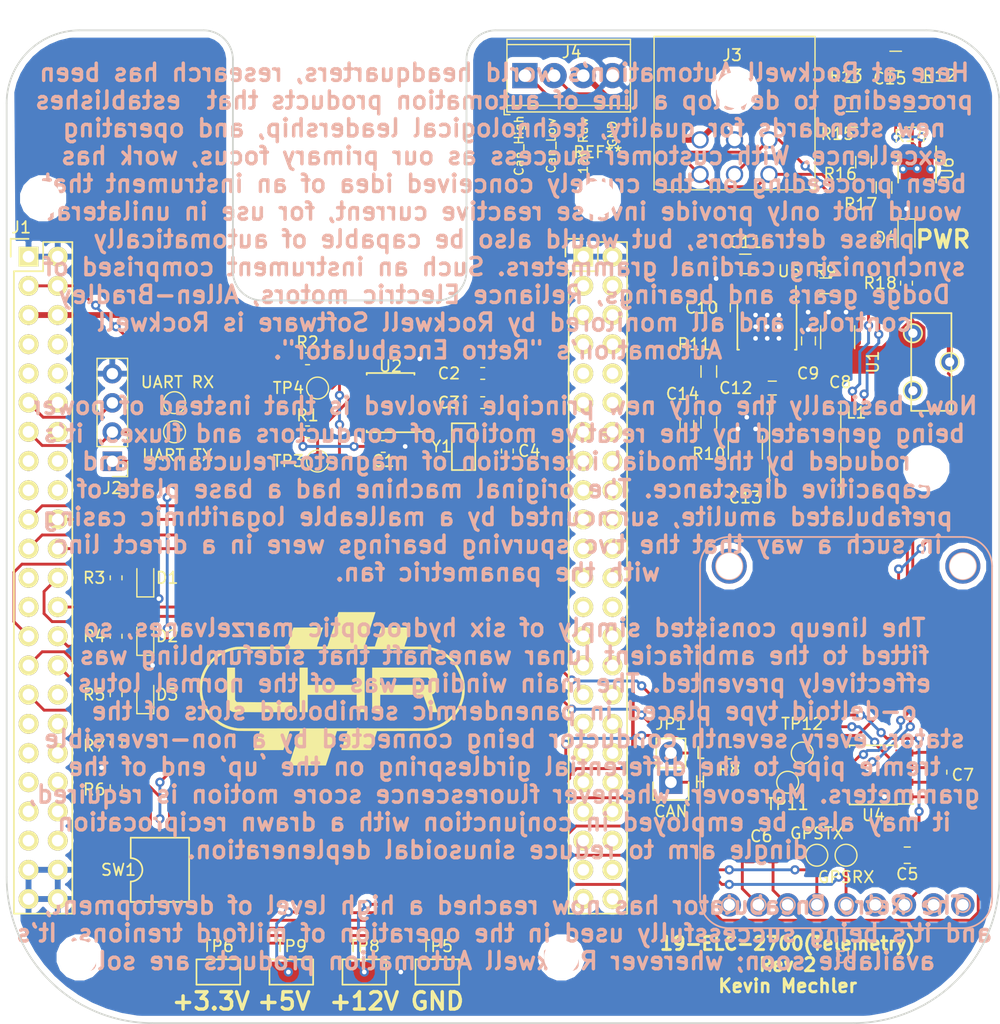
<source format=kicad_pcb>
(kicad_pcb (version 20171130) (host pcbnew "(5.0.0)")
  (layers (0 F.Cu signal) (31 B.Cu signal) (34 B.Paste user hide) (35 F.Paste user hide) (36 B.SilkS user) (37 F.SilkS user) (38 B.Mask user) (39 F.Mask user) (44 Edge.Cuts user))
  (net 0 "")
  (net 1 GND)
  (net 2 +3V3)
  (net 3 +BATT)
  (net 4 "Net-(C3-Pad1)")
  (net 5 "Net-(C4-Pad1)")
  (net 6 +5V)
  (net 7 "/12V to 5V Converter/12V_IN")
  (net 8 "Net-(C10-Pad1)")
  (net 9 "Net-(C11-Pad2)")
  (net 10 "Net-(C12-Pad2)")
  (net 11 "Net-(C12-Pad1)")
  (net 12 "/12V to 5V Converter/VFB")
  (net 13 /12V_RAW)
  (net 14 "Net-(D1-Pad2)")
  (net 15 "Net-(D2-Pad2)")
  (net 16 "Net-(D3-Pad2)")
  (net 17 "Net-(J1-PadP9_42)")
  (net 18 "Net-(J1-PadP9_41)")
  (net 19 "Net-(J1-PadP9_40)")
  (net 20 "Net-(J1-PadP9_39)")
  (net 21 "Net-(J1-PadP9_38)")
  (net 22 "Net-(J1-PadP9_37)")
  (net 23 "Net-(J1-PadP9_36)")
  (net 24 "Net-(J1-PadP9_35)")
  (net 25 "Net-(J1-PadP9_34)")
  (net 26 "Net-(J1-PadP9_33)")
  (net 27 "Net-(J1-PadP9_32)")
  (net 28 /SW2)
  (net 29 /SW1)
  (net 30 /LED2)
  (net 31 /LED1)
  (net 32 /LED0)
  (net 33 /CANTX)
  (net 34 "Net-(J1-PadP9_25)")
  (net 35 /CANRX)
  (net 36 "Net-(J1-PadP9_23)")
  (net 37 /GPSRX)
  (net 38 /GPSTX)
  (net 39 /I2Ccom)
  (net 40 /I2Cclk)
  (net 41 "Net-(J1-PadP9_18)")
  (net 42 "Net-(J1-PadP9_17)")
  (net 43 "Net-(J1-PadP9_16)")
  (net 44 "Net-(J1-PadP9_15)")
  (net 45 "Net-(J1-PadP9_14)")
  (net 46 /UART_TX)
  (net 47 "Net-(J1-PadP9_12)")
  (net 48 /UART_RX)
  (net 49 "Net-(J1-PadP9_10)")
  (net 50 "Net-(J1-PadP9_9)")
  (net 51 "Net-(J1-PadP9_8)")
  (net 52 "Net-(J1-PadP9_7)")
  (net 53 "Net-(J1-PadP8_25)")
  (net 54 "Net-(J1-PadP8_10)")
  (net 55 "Net-(J1-PadP8_37)")
  (net 56 "Net-(J1-PadP8_18)")
  (net 57 "Net-(J1-PadP8_39)")
  (net 58 "Net-(J1-PadP8_27)")
  (net 59 "Net-(J1-PadP8_15)")
  (net 60 "Net-(J1-PadP8_11)")
  (net 61 "Net-(J1-PadP8_4)")
  (net 62 "Net-(J1-PadP8_31)")
  (net 63 "Net-(J1-PadP8_17)")
  (net 64 "Net-(J1-PadP8_7)")
  (net 65 "Net-(J1-PadP8_40)")
  (net 66 "Net-(J1-PadP8_46)")
  (net 67 "Net-(J1-PadP8_29)")
  (net 68 "Net-(J1-PadP8_12)")
  (net 69 "Net-(J1-PadP8_43)")
  (net 70 "Net-(J1-PadP8_42)")
  (net 71 "Net-(J1-PadP8_45)")
  (net 72 "Net-(J1-PadP8_34)")
  (net 73 "Net-(J1-PadP8_22)")
  (net 74 "Net-(J1-PadP8_6)")
  (net 75 "Net-(J1-PadP8_24)")
  (net 76 "Net-(J1-PadP8_8)")
  (net 77 "Net-(J1-PadP8_5)")
  (net 78 "Net-(J1-PadP8_3)")
  (net 79 "Net-(J1-PadP8_38)")
  (net 80 "Net-(J1-PadP8_36)")
  (net 81 "Net-(J1-PadP8_23)")
  (net 82 "Net-(J1-PadP8_20)")
  (net 83 "Net-(J1-PadP8_9)")
  (net 84 "Net-(J1-PadP8_33)")
  (net 85 "Net-(J1-PadP8_28)")
  (net 86 "Net-(J1-PadP8_16)")
  (net 87 "Net-(J1-PadP8_14)")
  (net 88 "Net-(J1-PadP8_19)")
  (net 89 "Net-(J1-PadP8_41)")
  (net 90 "Net-(J1-PadP8_30)")
  (net 91 "Net-(J1-PadP8_44)")
  (net 92 "Net-(J1-PadP8_26)")
  (net 93 "Net-(J1-PadP8_35)")
  (net 94 "Net-(J1-PadP8_32)")
  (net 95 "Net-(J1-PadP8_21)")
  (net 96 "Net-(J1-PadP8_13)")
  (net 97 /CANHigh)
  (net 98 /CANLow)
  (net 99 "Net-(JP1-Pad2)")
  (net 100 "Net-(R9-Pad1)")
  (net 101 "/He Protec/UVLO")
  (net 102 "/He Protec/OVLO")
  (net 103 "/He Protec/CLMODE")
  (net 104 "/He Protec/SETI")
  (net 105 +12V)
  (net 106 "Net-(U1-Pad3)")
  (net 107 "Net-(U2-Pad7)")
  (net 108 "Net-(U3-Pad9)")
  (net 109 "Net-(U3-Pad4)")
  (net 110 "Net-(U3-Pad2)")
  (net 111 "Net-(U3-Pad1)")
  (net 112 "Net-(U4-Pad5)")
  (net 113 "Net-(U6-Pad5)")
  (net 114 "Net-(U6-Pad9)")
  (net 115 "Net-(U6-Pad10)")
  (net 116 "Net-(D4-Pad2)")
  (module "LHRE Footprint Library:Adafruit_Ultimate_GPS_V3" (layer B.Cu) (at 110.82 97.77 180)
    (fp_text reference U3 (at 0 -2.54 180) (layer B.SilkS) (effects (justify mirror)))
    (fp_text value Adafruit_Ultimate_GPS_V3)
    (pad 1 thru_hole circle (at -10.16 2.032 180) (size 2.032 2.032) (drill 1.016) (layers *.Cu *.Mask) (net 111 "Net-(U3-Pad1)"))
    (pad 2 thru_hole circle (at -7.62 2.032 180) (size 2.032 2.032) (drill 1.016) (layers *.Cu *.Mask) (net 110 "Net-(U3-Pad2)"))
    (pad 3 thru_hole circle (at -5.08 2.032 180) (size 2.032 2.032) (drill 1.016) (layers *.Cu *.Mask) (net 3 +BATT))
    (pad 4 thru_hole circle (at -2.54 2.032 180) (size 2.032 2.032) (drill 1.016) (layers *.Cu *.Mask) (net 109 "Net-(U3-Pad4)"))
    (pad 5 thru_hole circle (at 0 2.032 180) (size 2.032 2.032) (drill 1.016) (layers *.Cu *.Mask) (net 37 /GPSRX))
    (pad 6 thru_hole circle (at 2.54 2.032 90) (size 2.032 2.032) (drill 1.016) (layers *.Cu *.Mask) (net 38 /GPSTX))
    (pad 7 thru_hole circle (at 5.08 2.032 180) (size 2.032 2.032) (drill 1.016) (layers *.Cu *.Mask) (net 1 GND))
    (pad 8 thru_hole circle (at 7.62 2.032 180) (size 2.032 2.032) (drill 1.016) (layers *.Cu *.Mask) (net 6 +5V))
    (pad "" np_thru_hole circle (at 10.16 31.496 180) (size 3.048 3.048) (drill 2.286) (layers *.Cu *.Mask))
    (pad "" np_thru_hole circle (at -10.16 31.496 180) (size 3.048 3.048) (drill 2.286) (layers *.Cu *.Mask))
    (pad 9 thru_hole circle (at 10.16 2.032 180) (size 2.032 2.032) (drill 1.016) (layers *.Cu *.Mask) (net 108 "Net-(U3-Pad9)"))
  )
  (module Package_DFN_QFN:DFN-12-1EP_3x3mm_P0.5mm_EP2.05x2.86mm (layer F.Cu) (at 117.003 31.687 270)
    (fp_text reference U6 (at 0 -2.65 270) (layer F.SilkS))
    (fp_text value MAX17608ATC+)
    (pad 7 smd rect (at 1.55 1.25 270) (size 0.65 0.3) (layers F.Cu F.Paste F.Mask) (net 1 GND))
    (pad 6 smd rect (at -1.55 1.25 270) (size 0.65 0.3) (layers F.Cu F.Paste F.Mask) (net 103 "/He Protec/CLMODE"))
    (pad 13 smd rect (at 0 0 270) (size 2.05 2.86) (layers F.Cu F.Mask))
    (pad 12 smd rect (at 1.55 -1.25 270) (size 0.65 0.3) (layers F.Cu F.Paste F.Mask) (net 105 +12V))
    (pad 11 smd rect (at 1.55 -0.75 270) (size 0.65 0.3) (layers F.Cu F.Paste F.Mask) (net 105 +12V))
    (pad 10 smd rect (at 1.55 -0.25 270) (size 0.65 0.3) (layers F.Cu F.Paste F.Mask) (net 115 "Net-(U6-Pad10)"))
    (pad 9 smd rect (at 1.55 0.25 270) (size 0.65 0.3) (layers F.Cu F.Paste F.Mask) (net 114 "Net-(U6-Pad9)"))
    (pad 8 smd rect (at 1.55 0.75 270) (size 0.65 0.3) (layers F.Cu F.Paste F.Mask) (net 104 "/He Protec/SETI"))
    (pad 5 smd rect (at -1.55 0.75 270) (size 0.65 0.3) (layers F.Cu F.Paste F.Mask) (net 113 "Net-(U6-Pad5)"))
    (pad 4 smd rect (at -1.55 0.25 270) (size 0.65 0.3) (layers F.Cu F.Paste F.Mask) (net 101 "/He Protec/UVLO"))
    (pad 3 smd rect (at -1.55 -0.25 270) (size 0.65 0.3) (layers F.Cu F.Paste F.Mask) (net 102 "/He Protec/OVLO"))
    (pad 2 smd rect (at -1.55 -0.75 270) (size 0.65 0.3) (layers F.Cu F.Paste F.Mask) (net 13 /12V_RAW))
    (pad 1 smd rect (at -1.55 -1.25 270) (size 0.65 0.3) (layers F.Cu F.Paste F.Mask) (net 13 /12V_RAW))
  )
  (module "LHRE Footprint Library:BeagleBone_Black_Headers" (layer F.Cu) (at 49.86 38.08)
    (fp_text reference J1 (at -10.795 -1.27) (layer F.SilkS))
    (fp_text value BeagleBone_Headers)
    (pad P9_46 thru_hole oval (at -7.62 57.15) (size 1.7272 1.7272) (drill 1.016) (layers *.Cu *.Mask F.SilkS) (net 1 GND))
    (pad P9_45 thru_hole oval (at -10.16 57.15) (size 1.7272 1.7272) (drill 1.016) (layers *.Cu *.Mask F.SilkS) (net 1 GND))
    (pad P9_44 thru_hole oval (at -7.62 54.61) (size 1.7272 1.7272) (drill 1.016) (layers *.Cu *.Mask F.SilkS) (net 1 GND))
    (pad P9_43 thru_hole oval (at -10.16 54.61) (size 1.7272 1.7272) (drill 1.016) (layers *.Cu *.Mask F.SilkS) (net 1 GND))
    (pad P9_42 thru_hole oval (at -7.62 52.07) (size 1.7272 1.7272) (drill 1.016) (layers *.Cu *.Mask F.SilkS) (net 17 "Net-(J1-PadP9_42)"))
    (pad P9_41 thru_hole oval (at -10.16 52.07) (size 1.7272 1.7272) (drill 1.016) (layers *.Cu *.Mask F.SilkS) (net 18 "Net-(J1-PadP9_41)"))
    (pad P9_40 thru_hole oval (at -7.62 49.53) (size 1.7272 1.7272) (drill 1.016) (layers *.Cu *.Mask F.SilkS) (net 19 "Net-(J1-PadP9_40)"))
    (pad P9_39 thru_hole oval (at -10.16 49.53) (size 1.7272 1.7272) (drill 1.016) (layers *.Cu *.Mask F.SilkS) (net 20 "Net-(J1-PadP9_39)"))
    (pad P9_38 thru_hole oval (at -7.62 46.99) (size 1.7272 1.7272) (drill 1.016) (layers *.Cu *.Mask F.SilkS) (net 21 "Net-(J1-PadP9_38)"))
    (pad P9_37 thru_hole oval (at -10.16 46.99) (size 1.7272 1.7272) (drill 1.016) (layers *.Cu *.Mask F.SilkS) (net 22 "Net-(J1-PadP9_37)"))
    (pad P9_36 thru_hole oval (at -7.62 44.45) (size 1.7272 1.7272) (drill 1.016) (layers *.Cu *.Mask F.SilkS) (net 23 "Net-(J1-PadP9_36)"))
    (pad P9_35 thru_hole oval (at -10.16 44.45) (size 1.7272 1.7272) (drill 1.016) (layers *.Cu *.Mask F.SilkS) (net 24 "Net-(J1-PadP9_35)"))
    (pad P9_34 thru_hole oval (at -7.62 41.91) (size 1.7272 1.7272) (drill 1.016) (layers *.Cu *.Mask F.SilkS) (net 25 "Net-(J1-PadP9_34)"))
    (pad P9_33 thru_hole oval (at -10.16 41.91) (size 1.7272 1.7272) (drill 1.016) (layers *.Cu *.Mask F.SilkS) (net 26 "Net-(J1-PadP9_33)"))
    (pad P9_32 thru_hole oval (at -7.62 39.37) (size 1.7272 1.7272) (drill 1.016) (layers *.Cu *.Mask F.SilkS) (net 27 "Net-(J1-PadP9_32)"))
    (pad P9_31 thru_hole oval (at -10.16 39.37) (size 1.7272 1.7272) (drill 1.016) (layers *.Cu *.Mask F.SilkS) (net 28 /SW2))
    (pad P9_30 thru_hole oval (at -7.62 36.83) (size 1.7272 1.7272) (drill 1.016) (layers *.Cu *.Mask F.SilkS) (net 29 /SW1))
    (pad P9_29 thru_hole oval (at -10.16 36.83) (size 1.7272 1.7272) (drill 1.016) (layers *.Cu *.Mask F.SilkS) (net 30 /LED2))
    (pad P9_28 thru_hole oval (at -7.62 34.29) (size 1.7272 1.7272) (drill 1.016) (layers *.Cu *.Mask F.SilkS) (net 31 /LED1))
    (pad P9_27 thru_hole oval (at -10.16 34.29) (size 1.7272 1.7272) (drill 1.016) (layers *.Cu *.Mask F.SilkS) (net 32 /LED0))
    (pad P9_26 thru_hole oval (at -7.62 31.75) (size 1.7272 1.7272) (drill 1.016) (layers *.Cu *.Mask F.SilkS) (net 33 /CANTX))
    (pad P9_25 thru_hole oval (at -10.16 31.75) (size 1.7272 1.7272) (drill 1.016) (layers *.Cu *.Mask F.SilkS) (net 34 "Net-(J1-PadP9_25)"))
    (pad P9_24 thru_hole oval (at -7.62 29.21) (size 1.7272 1.7272) (drill 1.016) (layers *.Cu *.Mask F.SilkS) (net 35 /CANRX))
    (pad P9_23 thru_hole oval (at -10.16 29.21) (size 1.7272 1.7272) (drill 1.016) (layers *.Cu *.Mask F.SilkS) (net 36 "Net-(J1-PadP9_23)"))
    (pad P9_22 thru_hole oval (at -7.62 26.67) (size 1.7272 1.7272) (drill 1.016) (layers *.Cu *.Mask F.SilkS) (net 37 /GPSRX))
    (pad P9_21 thru_hole oval (at -10.16 26.67) (size 1.7272 1.7272) (drill 1.016) (layers *.Cu *.Mask F.SilkS) (net 38 /GPSTX))
    (pad P9_20 thru_hole oval (at -7.62 24.13) (size 1.7272 1.7272) (drill 1.016) (layers *.Cu *.Mask F.SilkS) (net 39 /I2Ccom))
    (pad P9_19 thru_hole oval (at -10.16 24.13) (size 1.7272 1.7272) (drill 1.016) (layers *.Cu *.Mask F.SilkS) (net 40 /I2Cclk))
    (pad P9_18 thru_hole oval (at -7.62 21.59) (size 1.7272 1.7272) (drill 1.016) (layers *.Cu *.Mask F.SilkS) (net 41 "Net-(J1-PadP9_18)"))
    (pad P9_17 thru_hole oval (at -10.16 21.59) (size 1.7272 1.7272) (drill 1.016) (layers *.Cu *.Mask F.SilkS) (net 42 "Net-(J1-PadP9_17)"))
    (pad P9_16 thru_hole oval (at -7.62 19.05) (size 1.7272 1.7272) (drill 1.016) (layers *.Cu *.Mask F.SilkS) (net 43 "Net-(J1-PadP9_16)"))
    (pad P9_15 thru_hole oval (at -10.16 19.05) (size 1.7272 1.7272) (drill 1.016) (layers *.Cu *.Mask F.SilkS) (net 44 "Net-(J1-PadP9_15)"))
    (pad P9_14 thru_hole oval (at -7.62 16.51) (size 1.7272 1.7272) (drill 1.016) (layers *.Cu *.Mask F.SilkS) (net 45 "Net-(J1-PadP9_14)"))
    (pad P9_13 thru_hole oval (at -10.16 16.51) (size 1.7272 1.7272) (drill 1.016) (layers *.Cu *.Mask F.SilkS) (net 46 /UART_TX))
    (pad P9_12 thru_hole oval (at -7.62 13.97) (size 1.7272 1.7272) (drill 1.016) (layers *.Cu *.Mask F.SilkS) (net 47 "Net-(J1-PadP9_12)"))
    (pad P9_11 thru_hole oval (at -10.16 13.97) (size 1.7272 1.7272) (drill 1.016) (layers *.Cu *.Mask F.SilkS) (net 48 /UART_RX))
    (pad P9_10 thru_hole oval (at -7.62 11.43) (size 1.7272 1.7272) (drill 1.016) (layers *.Cu *.Mask F.SilkS) (net 49 "Net-(J1-PadP9_10)"))
    (pad P9_9 thru_hole oval (at -10.16 11.43) (size 1.7272 1.7272) (drill 1.016) (layers *.Cu *.Mask F.SilkS) (net 50 "Net-(J1-PadP9_9)"))
    (pad P9_8 thru_hole oval (at -7.62 8.89) (size 1.7272 1.7272) (drill 1.016) (layers *.Cu *.Mask F.SilkS) (net 51 "Net-(J1-PadP9_8)"))
    (pad P9_7 thru_hole oval (at -10.16 8.89) (size 1.7272 1.7272) (drill 1.016) (layers *.Cu *.Mask F.SilkS) (net 52 "Net-(J1-PadP9_7)"))
    (pad P9_6 thru_hole oval (at -7.62 6.35) (size 1.7272 1.7272) (drill 1.016) (layers *.Cu *.Mask F.SilkS) (net 6 +5V))
    (pad P9_5 thru_hole oval (at -10.16 6.35) (size 1.7272 1.7272) (drill 1.016) (layers *.Cu *.Mask F.SilkS) (net 6 +5V))
    (pad P9_4 thru_hole oval (at -7.62 3.81) (size 1.7272 1.7272) (drill 1.016) (layers *.Cu *.Mask F.SilkS) (net 2 +3V3))
    (pad P9_3 thru_hole oval (at -10.16 3.81) (size 1.7272 1.7272) (drill 1.016) (layers *.Cu *.Mask F.SilkS) (net 2 +3V3))
    (pad P9_2 thru_hole oval (at -7.62 1.27) (size 1.7272 1.7272) (drill 1.016) (layers *.Cu *.Mask F.SilkS) (net 1 GND))
    (pad P9_1 thru_hole rect (at -10.16 1.27) (size 1.7272 1.7272) (drill 1.016) (layers *.Cu *.Mask F.SilkS) (net 1 GND))
    (pad P8_25 thru_hole oval (at 38.1 31.75) (size 1.7272 1.7272) (drill 1.016) (layers *.Cu *.Mask F.SilkS) (net 53 "Net-(J1-PadP8_25)"))
    (pad P8_10 thru_hole oval (at 40.64 11.43) (size 1.7272 1.7272) (drill 1.016) (layers *.Cu *.Mask F.SilkS) (net 54 "Net-(J1-PadP8_10)"))
    (pad P8_37 thru_hole oval (at 38.1 46.99) (size 1.7272 1.7272) (drill 1.016) (layers *.Cu *.Mask F.SilkS) (net 55 "Net-(J1-PadP8_37)"))
    (pad P8_18 thru_hole oval (at 40.64 21.59) (size 1.7272 1.7272) (drill 1.016) (layers *.Cu *.Mask F.SilkS) (net 56 "Net-(J1-PadP8_18)"))
    (pad P8_39 thru_hole oval (at 38.1 49.53) (size 1.7272 1.7272) (drill 1.016) (layers *.Cu *.Mask F.SilkS) (net 57 "Net-(J1-PadP8_39)"))
    (pad P8_27 thru_hole oval (at 38.1 34.29) (size 1.7272 1.7272) (drill 1.016) (layers *.Cu *.Mask F.SilkS) (net 58 "Net-(J1-PadP8_27)"))
    (pad P8_15 thru_hole oval (at 38.1 19.05) (size 1.7272 1.7272) (drill 1.016) (layers *.Cu *.Mask F.SilkS) (net 59 "Net-(J1-PadP8_15)"))
    (pad P8_11 thru_hole oval (at 38.1 13.97) (size 1.7272 1.7272) (drill 1.016) (layers *.Cu *.Mask F.SilkS) (net 60 "Net-(J1-PadP8_11)"))
    (pad P8_4 thru_hole oval (at 40.64 3.81) (size 1.7272 1.7272) (drill 1.016) (layers *.Cu *.Mask F.SilkS) (net 61 "Net-(J1-PadP8_4)"))
    (pad P8_31 thru_hole oval (at 38.1 39.37) (size 1.7272 1.7272) (drill 1.016) (layers *.Cu *.Mask F.SilkS) (net 62 "Net-(J1-PadP8_31)"))
    (pad P8_17 thru_hole oval (at 38.1 21.59) (size 1.7272 1.7272) (drill 1.016) (layers *.Cu *.Mask F.SilkS) (net 63 "Net-(J1-PadP8_17)"))
    (pad P8_7 thru_hole oval (at 38.1 8.89) (size 1.7272 1.7272) (drill 1.016) (layers *.Cu *.Mask F.SilkS) (net 64 "Net-(J1-PadP8_7)"))
    (pad P8_40 thru_hole oval (at 40.64 49.53) (size 1.7272 1.7272) (drill 1.016) (layers *.Cu *.Mask F.SilkS) (net 65 "Net-(J1-PadP8_40)"))
    (pad P8_46 thru_hole oval (at 40.64 57.15) (size 1.7272 1.7272) (drill 1.016) (layers *.Cu *.Mask F.SilkS) (net 66 "Net-(J1-PadP8_46)"))
    (pad P8_29 thru_hole oval (at 38.1 36.83) (size 1.7272 1.7272) (drill 1.016) (layers *.Cu *.Mask F.SilkS) (net 67 "Net-(J1-PadP8_29)"))
    (pad P8_12 thru_hole oval (at 40.64 13.97) (size 1.7272 1.7272) (drill 1.016) (layers *.Cu *.Mask F.SilkS) (net 68 "Net-(J1-PadP8_12)"))
    (pad P8_43 thru_hole oval (at 38.1 54.61) (size 1.7272 1.7272) (drill 1.016) (layers *.Cu *.Mask F.SilkS) (net 69 "Net-(J1-PadP8_43)"))
    (pad P8_42 thru_hole oval (at 40.64 52.07) (size 1.7272 1.7272) (drill 1.016) (layers *.Cu *.Mask F.SilkS) (net 70 "Net-(J1-PadP8_42)"))
    (pad P8_45 thru_hole oval (at 38.1 57.15) (size 1.7272 1.7272) (drill 1.016) (layers *.Cu *.Mask F.SilkS) (net 71 "Net-(J1-PadP8_45)"))
    (pad P8_34 thru_hole oval (at 40.64 41.91) (size 1.7272 1.7272) (drill 1.016) (layers *.Cu *.Mask F.SilkS) (net 72 "Net-(J1-PadP8_34)"))
    (pad P8_22 thru_hole oval (at 40.64 26.67) (size 1.7272 1.7272) (drill 1.016) (layers *.Cu *.Mask F.SilkS) (net 73 "Net-(J1-PadP8_22)"))
    (pad P8_6 thru_hole oval (at 40.64 6.35) (size 1.7272 1.7272) (drill 1.016) (layers *.Cu *.Mask F.SilkS) (net 74 "Net-(J1-PadP8_6)"))
    (pad P8_24 thru_hole oval (at 40.64 29.21) (size 1.7272 1.7272) (drill 1.016) (layers *.Cu *.Mask F.SilkS) (net 75 "Net-(J1-PadP8_24)"))
    (pad P8_8 thru_hole oval (at 40.64 8.89) (size 1.7272 1.7272) (drill 1.016) (layers *.Cu *.Mask F.SilkS) (net 76 "Net-(J1-PadP8_8)"))
    (pad P8_5 thru_hole oval (at 38.1 6.35) (size 1.7272 1.7272) (drill 1.016) (layers *.Cu *.Mask F.SilkS) (net 77 "Net-(J1-PadP8_5)"))
    (pad P8_3 thru_hole oval (at 38.1 3.81) (size 1.7272 1.7272) (drill 1.016) (layers *.Cu *.Mask F.SilkS) (net 78 "Net-(J1-PadP8_3)"))
    (pad P8_2 thru_hole oval (at 40.64 1.27) (size 1.7272 1.7272) (drill 1.016) (layers *.Cu *.Mask F.SilkS) (net 1 GND))
    (pad P8_1 thru_hole rect (at 38.1 1.27) (size 1.7272 1.7272) (drill 1.016) (layers *.Cu *.Mask F.SilkS) (net 1 GND))
    (pad P8_38 thru_hole oval (at 40.64 46.99) (size 1.7272 1.7272) (drill 1.016) (layers *.Cu *.Mask F.SilkS) (net 79 "Net-(J1-PadP8_38)"))
    (pad P8_36 thru_hole oval (at 40.64 44.45) (size 1.7272 1.7272) (drill 1.016) (layers *.Cu *.Mask F.SilkS) (net 80 "Net-(J1-PadP8_36)"))
    (pad P8_23 thru_hole oval (at 38.1 29.21) (size 1.7272 1.7272) (drill 1.016) (layers *.Cu *.Mask F.SilkS) (net 81 "Net-(J1-PadP8_23)"))
    (pad P8_20 thru_hole oval (at 40.64 24.13) (size 1.7272 1.7272) (drill 1.016) (layers *.Cu *.Mask F.SilkS) (net 82 "Net-(J1-PadP8_20)"))
    (pad P8_9 thru_hole oval (at 38.1 11.43) (size 1.7272 1.7272) (drill 1.016) (layers *.Cu *.Mask F.SilkS) (net 83 "Net-(J1-PadP8_9)"))
    (pad P8_33 thru_hole oval (at 38.1 41.91) (size 1.7272 1.7272) (drill 1.016) (layers *.Cu *.Mask F.SilkS) (net 84 "Net-(J1-PadP8_33)"))
    (pad P8_28 thru_hole oval (at 40.64 34.29) (size 1.7272 1.7272) (drill 1.016) (layers *.Cu *.Mask F.SilkS) (net 85 "Net-(J1-PadP8_28)"))
    (pad P8_16 thru_hole oval (at 40.64 19.05) (size 1.7272 1.7272) (drill 1.016) (layers *.Cu *.Mask F.SilkS) (net 86 "Net-(J1-PadP8_16)"))
    (pad P8_14 thru_hole oval (at 40.64 16.51) (size 1.7272 1.7272) (drill 1.016) (layers *.Cu *.Mask F.SilkS) (net 87 "Net-(J1-PadP8_14)"))
    (pad P8_19 thru_hole oval (at 38.1 24.13) (size 1.7272 1.7272) (drill 1.016) (layers *.Cu *.Mask F.SilkS) (net 88 "Net-(J1-PadP8_19)"))
    (pad P8_41 thru_hole oval (at 38.1 52.07) (size 1.7272 1.7272) (drill 1.016) (layers *.Cu *.Mask F.SilkS) (net 89 "Net-(J1-PadP8_41)"))
    (pad P8_30 thru_hole oval (at 40.64 36.83) (size 1.7272 1.7272) (drill 1.016) (layers *.Cu *.Mask F.SilkS) (net 90 "Net-(J1-PadP8_30)"))
    (pad P8_44 thru_hole oval (at 40.64 54.61) (size 1.7272 1.7272) (drill 1.016) (layers *.Cu *.Mask F.SilkS) (net 91 "Net-(J1-PadP8_44)"))
    (pad P8_26 thru_hole oval (at 40.64 31.75) (size 1.7272 1.7272) (drill 1.016) (layers *.Cu *.Mask F.SilkS) (net 92 "Net-(J1-PadP8_26)"))
    (pad P8_35 thru_hole oval (at 38.1 44.45) (size 1.7272 1.7272) (drill 1.016) (layers *.Cu *.Mask F.SilkS) (net 93 "Net-(J1-PadP8_35)"))
    (pad P8_32 thru_hole oval (at 40.64 39.37) (size 1.7272 1.7272) (drill 1.016) (layers *.Cu *.Mask F.SilkS) (net 94 "Net-(J1-PadP8_32)"))
    (pad P8_21 thru_hole oval (at 38.1 26.67) (size 1.7272 1.7272) (drill 1.016) (layers *.Cu *.Mask F.SilkS) (net 95 "Net-(J1-PadP8_21)"))
    (pad P8_13 thru_hole oval (at 38.1 16.51) (size 1.7272 1.7272) (drill 1.016) (layers *.Cu *.Mask F.SilkS) (net 96 "Net-(J1-PadP8_13)"))
  )
  (module Connector_Molex:Molex_Microfit3_Header_02x03_Angled_43045-060x (layer F.Cu) (at 98.12 29.19 180)
    (fp_text reference J3 (at -2.794 7.366 180) (layer F.SilkS))
    (fp_text value 0430450601)
    (pad 1 thru_hole circle (at 0 0 180) (size 1.5 1.5) (drill 1.1) (layers *.Cu *.Mask) (net 13 /12V_RAW))
    (pad 4 thru_hole circle (at 0 -3 180) (size 1.5 1.5) (drill 1.1) (layers *.Cu *.Mask) (net 97 /CANHigh))
    (pad 5 thru_hole circle (at -3 -3 180) (size 1.5 1.5) (drill 1.1) (layers *.Cu *.Mask) (net 98 /CANLow))
    (pad 2 thru_hole circle (at -3 0 180) (size 1.5 1.5) (drill 1.1) (layers *.Cu *.Mask) (net 1 GND))
    (pad 6 thru_hole circle (at -6 -3 180) (size 1.5 1.5) (drill 1.1) (layers *.Cu *.Mask) (net 97 /CANHigh))
    (pad 3 thru_hole circle (at -6 0 180) (size 1.5 1.5) (drill 1.1) (layers *.Cu *.Mask) (net 98 /CANLow))
    (pad "" np_thru_hole circle (at -3 4.32 180) (size 3.1 3.1) (drill 3.1) (layers *.Cu *.Mask))
  )
  (module Capacitors_SMD:C_0603_HandSoldering (layer F.Cu) (at 100.152 43.795 270)
    (fp_text reference C10 (at 0 1.905) (layer F.SilkS))
    (fp_text value 2.2nF)
    (pad 2 smd rect (at 0.95 0 270) (size 1.2 0.75) (layers F.Cu F.Paste F.Mask) (net 1 GND))
    (pad 1 smd rect (at -0.95 0 270) (size 1.2 0.75) (layers F.Cu F.Paste F.Mask) (net 8 "Net-(C10-Pad1)"))
  )
  (module Package_SO:SOIC-8_3.9x4.9mm_P1.27mm (layer F.Cu) (at 71.196 52.05 180)
    (fp_text reference U2 (at 0 3.175 180) (layer F.SilkS))
    (fp_text value MCP7940N-xSN)
    (pad 1 smd rect (at -2.7 -1.905 180) (size 1.55 0.6) (layers F.Cu F.Paste F.Mask) (net 5 "Net-(C4-Pad1)"))
    (pad 2 smd rect (at -2.7 -0.635 180) (size 1.55 0.6) (layers F.Cu F.Paste F.Mask) (net 4 "Net-(C3-Pad1)"))
    (pad 3 smd rect (at -2.7 0.635 180) (size 1.55 0.6) (layers F.Cu F.Paste F.Mask) (net 3 +BATT))
    (pad 4 smd rect (at -2.7 1.905 180) (size 1.55 0.6) (layers F.Cu F.Paste F.Mask) (net 1 GND))
    (pad 5 smd rect (at 2.7 1.905 180) (size 1.55 0.6) (layers F.Cu F.Paste F.Mask) (net 39 /I2Ccom))
    (pad 6 smd rect (at 2.7 0.635 180) (size 1.55 0.6) (layers F.Cu F.Paste F.Mask) (net 40 /I2Cclk))
    (pad 7 smd rect (at 2.7 -0.635 180) (size 1.55 0.6) (layers F.Cu F.Paste F.Mask) (net 107 "Net-(U2-Pad7)"))
    (pad 8 smd rect (at 2.7 -1.905 180) (size 1.55 0.6) (layers F.Cu F.Paste F.Mask) (net 2 +3V3))
  )
  (module Capacitor_SMD:C_0603_1608Metric_Pad1.05x0.95mm_HandSolder (layer F.Cu) (at 70.561 55.86)
    (fp_text reference C1 (at 0 1.27) (layer F.SilkS))
    (fp_text value ".1 uF")
    (pad 2 smd roundrect (at 0.875 0) (size 1.05 0.95) (layers F.Cu F.Paste F.Mask) (net 1 GND))
    (pad 1 smd roundrect (at -0.875 0) (size 1.05 0.95) (layers F.Cu F.Paste F.Mask) (net 2 +3V3))
  )
  (module Capacitor_SMD:C_0603_1608Metric_Pad1.05x0.95mm_HandSolder (layer F.Cu) (at 79.211 49.51)
    (fp_text reference C2 (at -2.935 0) (layer F.SilkS))
    (fp_text value ".1 uF")
    (pad 1 smd roundrect (at -0.875 0) (size 1.05 0.95) (layers F.Cu F.Paste F.Mask) (net 3 +BATT))
    (pad 2 smd roundrect (at 0.875 0) (size 1.05 0.95) (layers F.Cu F.Paste F.Mask) (net 1 GND))
  )
  (module Capacitor_SMD:C_0603_1608Metric_Pad1.05x0.95mm_HandSolder (layer F.Cu) (at 79.211 52.05)
    (fp_text reference C3 (at -2.935 0) (layer F.SilkS))
    (fp_text value "7 pF")
    (pad 2 smd roundrect (at 0.875 0) (size 1.05 0.95) (layers F.Cu F.Paste F.Mask) (net 1 GND))
    (pad 1 smd roundrect (at -0.875 0) (size 1.05 0.95) (layers F.Cu F.Paste F.Mask) (net 4 "Net-(C3-Pad1)"))
  )
  (module Capacitor_SMD:C_0603_1608Metric_Pad1.05x0.95mm_HandSolder (layer F.Cu) (at 81.356 56.255 90)
    (fp_text reference C4 (at 0 1.905 180) (layer F.SilkS))
    (fp_text value "7 pF")
    (pad 1 smd roundrect (at -0.875 0 90) (size 1.05 0.95) (layers F.Cu F.Paste F.Mask) (net 5 "Net-(C4-Pad1)"))
    (pad 2 smd roundrect (at 0.875 0 90) (size 1.05 0.95) (layers F.Cu F.Paste F.Mask) (net 1 GND))
  )
  (module Capacitor_SMD:C_0805_2012Metric_Pad1.15x1.40mm_HandSolder (layer F.Cu) (at 116.145 91.42 180)
    (fp_text reference C5 (at 0 -1.65 180) (layer F.SilkS))
    (fp_text value "1 uF")
    (pad 2 smd roundrect (at 1.025 0 180) (size 1.15 1.4) (layers F.Cu F.Paste F.Mask) (roundrect_rratio 0.217391) (net 1 GND))
    (pad 1 smd roundrect (at -1.025 0 180) (size 1.15 1.4) (layers F.Cu F.Paste F.Mask) (roundrect_rratio 0.217391) (net 3 +BATT))
  )
  (module Capacitor_SMD:C_0805_2012Metric_Pad1.15x1.40mm_HandSolder (layer F.Cu) (at 103.445 91.42)
    (fp_text reference C6 (at 0 -1.65) (layer F.SilkS))
    (fp_text value "10 uF")
    (pad 1 smd roundrect (at -1.025 0) (size 1.15 1.4) (layers F.Cu F.Paste F.Mask) (roundrect_rratio 0.217391) (net 6 +5V))
    (pad 2 smd roundrect (at 1.025 0) (size 1.15 1.4) (layers F.Cu F.Paste F.Mask) (roundrect_rratio 0.217391) (net 1 GND))
  )
  (module Capacitor_SMD:C_0603_1608Metric_Pad1.05x0.95mm_HandSolder (layer F.Cu) (at 119.075 84.195 90)
    (fp_text reference C7 (at -0.24 1.905 180) (layer F.SilkS))
    (fp_text value ".1 uF")
    (pad 1 smd roundrect (at -0.875 0 90) (size 1.05 0.95) (layers F.Cu F.Paste F.Mask) (net 1 GND))
    (pad 2 smd roundrect (at 0.875 0 90) (size 1.05 0.95) (layers F.Cu F.Paste F.Mask) (net 2 +3V3))
  )
  (module Capacitors_SMD:C_1210_HandSoldering (layer F.Cu) (at 110.093287 46.356779 90)
    (fp_text reference C8 (at -3.915221 0.218713) (layer F.SilkS))
    (fp_text value 22uF)
    (pad 1 smd rect (at -2 0 90) (size 2 2.5) (layers F.Cu F.Paste F.Mask) (net 7 "/12V to 5V Converter/12V_IN"))
    (pad 2 smd rect (at 2 0 90) (size 2 2.5) (layers F.Cu F.Paste F.Mask) (net 1 GND))
  )
  (module Capacitors_SMD:C_0603_HandSoldering (layer F.Cu) (at 107.553287 46.676779 90)
    (fp_text reference C9 (at -2.833221 -0.035287 180) (layer F.SilkS))
    (fp_text value 0.1uF)
    (pad 1 smd rect (at -0.95 0 90) (size 1.2 0.75) (layers F.Cu F.Paste F.Mask) (net 7 "/12V to 5V Converter/12V_IN"))
    (pad 2 smd rect (at 0.95 0 90) (size 1.2 0.75) (layers F.Cu F.Paste F.Mask) (net 1 GND))
  )
  (module Capacitors_SMD:C_0805_HandSoldering (layer F.Cu) (at 102.057 39.985)
    (fp_text reference C11 (at 0 -1.905 -180) (layer F.SilkS))
    (fp_text value 1uF)
    (pad 2 smd rect (at 1.25 0) (size 1.5 1.25) (layers F.Cu F.Paste F.Mask) (net 9 "Net-(C11-Pad2)"))
    (pad 1 smd rect (at -1.25 0) (size 1.5 1.25) (layers F.Cu F.Paste F.Mask) (net 1 GND))
  )
  (module Capacitors_SMD:C_0603_HandSoldering (layer F.Cu) (at 104.404 50.78 180)
    (fp_text reference C12 (at 3.175 0 180) (layer F.SilkS))
    (fp_text value 0.1uF)
    (pad 2 smd rect (at 0.95 0 180) (size 1.2 0.75) (layers F.Cu F.Paste F.Mask) (net 10 "Net-(C12-Pad2)"))
    (pad 1 smd rect (at -0.95 0 180) (size 1.2 0.75) (layers F.Cu F.Paste F.Mask) (net 11 "Net-(C12-Pad1)"))
  )
  (module Capacitors_SMD:C_1210_HandSoldering (layer F.Cu) (at 102.057 55.955 90)
    (fp_text reference C13 (at -4.35 0 180) (layer F.SilkS))
    (fp_text value 22uF)
    (pad 2 smd rect (at 2 0 90) (size 2 2.5) (layers F.Cu F.Paste F.Mask) (net 1 GND))
    (pad 1 smd rect (at -2 0 90) (size 2 2.5) (layers F.Cu F.Paste F.Mask) (net 6 +5V))
  )
  (module Capacitors_SMD:C_0603_HandSoldering (layer F.Cu) (at 96.977 53.955 90)
    (fp_text reference C14 (at 2.667 -0.381) (layer F.SilkS))
    (fp_text value 10pF)
    (pad 1 smd rect (at -0.95 0 90) (size 1.2 0.75) (layers F.Cu F.Paste F.Mask) (net 6 +5V))
    (pad 2 smd rect (at 0.95 0 90) (size 1.2 0.75) (layers F.Cu F.Paste F.Mask) (net 12 "/12V to 5V Converter/VFB"))
  )
  (module Capacitors_SMD:C_0805_HandSoldering (layer F.Cu) (at 115.138 22.332 180)
    (fp_text reference C15 (at 0.508 -1.524 180) (layer F.SilkS))
    (fp_text value 1uF)
    (pad 1 smd rect (at -1.25 0 180) (size 1.5 1.25) (layers F.Cu F.Paste F.Mask) (net 13 /12V_RAW))
    (pad 2 smd rect (at 1.25 0 180) (size 1.5 1.25) (layers F.Cu F.Paste F.Mask) (net 1 GND))
  )
  (module LED_SMD:LED_0603_1608Metric_Pad1.05x0.95mm_HandSolder (layer F.Cu) (at 49.86 67.29 90)
    (fp_text reference D1 (at 0 1.905 180) (layer F.SilkS))
    (fp_text value LED)
    (pad 1 smd roundrect (at -0.875 0 90) (size 1.05 0.95) (layers F.Cu F.Paste F.Mask) (net 1 GND))
    (pad 2 smd roundrect (at 0.875 0 90) (size 1.05 0.95) (layers F.Cu F.Paste F.Mask) (net 14 "Net-(D1-Pad2)"))
  )
  (module LED_SMD:LED_0603_1608Metric_Pad1.05x0.95mm_HandSolder (layer F.Cu) (at 49.86 72.37 90)
    (fp_text reference D2 (at 0 1.905 180) (layer F.SilkS))
    (fp_text value LED)
    (pad 2 smd roundrect (at 0.875 0 90) (size 1.05 0.95) (layers F.Cu F.Paste F.Mask) (net 15 "Net-(D2-Pad2)"))
    (pad 1 smd roundrect (at -0.875 0 90) (size 1.05 0.95) (layers F.Cu F.Paste F.Mask) (net 1 GND))
  )
  (module LED_SMD:LED_0603_1608Metric_Pad1.05x0.95mm_HandSolder (layer F.Cu) (at 49.86 77.45 90)
    (fp_text reference D3 (at 0 1.905 180) (layer F.SilkS))
    (fp_text value LED)
    (pad 1 smd roundrect (at -0.875 0 90) (size 1.05 0.95) (layers F.Cu F.Paste F.Mask) (net 1 GND))
    (pad 2 smd roundrect (at 0.875 0 90) (size 1.05 0.95) (layers F.Cu F.Paste F.Mask) (net 16 "Net-(D3-Pad2)"))
  )
  (module Connector_PinHeader_2.54mm:PinHeader_1x04_P2.54mm_Vertical (layer F.Cu) (at 46.99 57.15 180)
    (fp_text reference J2 (at 0 -2.33 180) (layer F.SilkS))
    (fp_text value Conn_01x04)
    (pad 1 thru_hole rect (at 0 0 180) (size 1.7 1.7) (drill 1) (layers *.Cu *.Mask) (net 2 +3V3))
    (pad 2 thru_hole oval (at 0 2.54 180) (size 1.7 1.7) (drill 1) (layers *.Cu *.Mask) (net 46 /UART_TX))
    (pad 3 thru_hole oval (at 0 5.08 180) (size 1.7 1.7) (drill 1) (layers *.Cu *.Mask) (net 48 /UART_RX))
    (pad 4 thru_hole oval (at 0 7.62 180) (size 1.7 1.7) (drill 1) (layers *.Cu *.Mask) (net 1 GND))
  )
  (module "LHRE Footprint Library:Pin_Header_Straight_1x02_Can_Bus" (layer F.Cu) (at 95.58 85.07 180)
    (fp_text reference JP1 (at 0 5.08 180) (layer F.SilkS))
    (fp_text value Jumper)
    (fp_text user CAN (at 0 -2.54 180) (layer F.SilkS))
    (fp_text user L (at -2.54 2.54 180) (layer F.SilkS))
    (fp_text user H (at -2.54 0 180) (layer F.SilkS))
    (pad 1 thru_hole rect (at 0 0 180) (size 2.032 2.032) (drill 1.016) (layers *.Cu *.Mask) (net 97 /CANHigh))
    (pad 2 thru_hole oval (at 0 2.54 180) (size 2.032 2.032) (drill 1.016) (layers *.Cu *.Mask) (net 99 "Net-(JP1-Pad2)"))
  )
  (module Inductor_SMD:L_Taiyo-Yuden_NR-60xx_HandSoldering (layer F.Cu) (at 107.264 56.095 270)
    (fp_text reference L1 (at -3.175 -4.445 180) (layer F.SilkS))
    (fp_text value 4.7uH)
    (pad 1 smd rect (at -2.775 0 270) (size 2.45 5.9) (layers F.Cu F.Paste F.Mask) (net 10 "Net-(C12-Pad2)"))
    (pad 2 smd rect (at 2.775 0 270) (size 2.45 5.9) (layers F.Cu F.Paste F.Mask) (net 6 +5V))
  )
  (module Resistor_SMD:R_0603_1608Metric_Pad1.05x0.95mm_HandSolder (layer F.Cu) (at 63.971 54.59)
    (fp_text reference R1 (at 0 -1.43) (layer F.SilkS))
    (fp_text value 10k)
    (pad 2 smd roundrect (at 0.875 0) (size 1.05 0.95) (layers F.Cu F.Paste F.Mask) (net 40 /I2Cclk))
    (pad 1 smd roundrect (at -0.875 0) (size 1.05 0.95) (layers F.Cu F.Paste F.Mask) (net 2 +3V3))
  )
  (module Resistor_SMD:R_0603_1608Metric_Pad1.05x0.95mm_HandSolder (layer F.Cu) (at 63.971 48.24)
    (fp_text reference R2 (at 0 -1.43) (layer F.SilkS))
    (fp_text value 10k)
    (pad 1 smd roundrect (at -0.875 0) (size 1.05 0.95) (layers F.Cu F.Paste F.Mask) (net 2 +3V3))
    (pad 2 smd roundrect (at 0.875 0) (size 1.05 0.95) (layers F.Cu F.Paste F.Mask) (net 39 /I2Ccom))
  )
  (module Resistor_SMD:R_0603_1608Metric_Pad1.05x0.95mm_HandSolder (layer F.Cu) (at 47.32 67.29 90)
    (fp_text reference R3 (at 0 -1.905 180) (layer F.SilkS))
    (fp_text value 470)
    (pad 1 smd roundrect (at -0.875 0 90) (size 1.05 0.95) (layers F.Cu F.Paste F.Mask) (net 32 /LED0))
    (pad 2 smd roundrect (at 0.875 0 90) (size 1.05 0.95) (layers F.Cu F.Paste F.Mask) (net 14 "Net-(D1-Pad2)"))
  )
  (module Resistor_SMD:R_0603_1608Metric_Pad1.05x0.95mm_HandSolder (layer F.Cu) (at 47.32 72.37 90)
    (fp_text reference R4 (at 0 -1.905 180) (layer F.SilkS))
    (fp_text value 470)
    (pad 1 smd roundrect (at -0.875 0 90) (size 1.05 0.95) (layers F.Cu F.Paste F.Mask) (net 31 /LED1))
    (pad 2 smd roundrect (at 0.875 0 90) (size 1.05 0.95) (layers F.Cu F.Paste F.Mask) (net 15 "Net-(D2-Pad2)"))
  )
  (module Resistor_SMD:R_0603_1608Metric_Pad1.05x0.95mm_HandSolder (layer F.Cu) (at 47.32 77.45 90)
    (fp_text reference R5 (at 0 -1.905 180) (layer F.SilkS))
    (fp_text value 470)
    (pad 2 smd roundrect (at 0.875 0 90) (size 1.05 0.95) (layers F.Cu F.Paste F.Mask) (net 16 "Net-(D3-Pad2)"))
    (pad 1 smd roundrect (at -0.875 0 90) (size 1.05 0.95) (layers F.Cu F.Paste F.Mask) (net 30 /LED2))
  )
  (module Resistor_SMD:R_0603_1608Metric_Pad1.05x0.95mm_HandSolder (layer F.Cu) (at 47.32 85.465 90)
    (fp_text reference R6 (at -0.24 -1.905 180) (layer F.SilkS))
    (fp_text value 1k)
    (pad 1 smd roundrect (at -0.875 0 90) (size 1.05 0.95) (layers F.Cu F.Paste F.Mask) (net 28 /SW2))
    (pad 2 smd roundrect (at 0.875 0 90) (size 1.05 0.95) (layers F.Cu F.Paste F.Mask) (net 1 GND))
  )
  (module Resistor_SMD:R_0603_1608Metric_Pad1.05x0.95mm_HandSolder (layer F.Cu) (at 47.32 81.655 90)
    (fp_text reference R7 (at -0.24 -1.905 180) (layer F.SilkS))
    (fp_text value 1k)
    (pad 2 smd roundrect (at 0.875 0 90) (size 1.05 0.95) (layers F.Cu F.Paste F.Mask) (net 1 GND))
    (pad 1 smd roundrect (at -0.875 0 90) (size 1.05 0.95) (layers F.Cu F.Paste F.Mask) (net 29 /SW1))
  )
  (module Resistor_SMD:R_0603_1608Metric_Pad1.05x0.95mm_HandSolder (layer F.Cu) (at 100.66 82.53 180)
    (fp_text reference R8 (at 0 -1.43 180) (layer F.SilkS))
    (fp_text value 120)
    (pad 2 smd roundrect (at 0.875 0 180) (size 1.05 0.95) (layers F.Cu F.Paste F.Mask) (net 99 "Net-(JP1-Pad2)"))
    (pad 1 smd roundrect (at -0.875 0 180) (size 1.05 0.95) (layers F.Cu F.Paste F.Mask) (net 98 /CANLow))
  )
  (module Resistors_SMD:R_0603_HandSoldering (layer F.Cu) (at 109.042 41.89)
    (fp_text reference R9 (at 0 -1.27 -180) (layer F.SilkS))
    (fp_text value 10k)
    (pad 1 smd rect (at -1.1 0) (size 1.2 0.9) (layers F.Cu F.Paste F.Mask) (net 100 "Net-(R9-Pad1)"))
    (pad 2 smd rect (at 1.1 0) (size 1.2 0.9) (layers F.Cu F.Paste F.Mask) (net 7 "/12V to 5V Converter/12V_IN"))
  )
  (module Resistors_SMD:R_0603_HandSoldering (layer F.Cu) (at 98.882 53.785 90)
    (fp_text reference R10 (at -2.71 0 180) (layer F.SilkS))
    (fp_text value 124k)
    (pad 2 smd rect (at 1.1 0 90) (size 1.2 0.9) (layers F.Cu F.Paste F.Mask) (net 12 "/12V to 5V Converter/VFB"))
    (pad 1 smd rect (at -1.1 0 90) (size 1.2 0.9) (layers F.Cu F.Paste F.Mask) (net 6 +5V))
  )
  (module Resistors_SMD:R_0603_HandSoldering (layer F.Cu) (at 98.882 49.34 90)
    (fp_text reference R11 (at 2.37 -1.27) (layer F.SilkS))
    (fp_text value 22.1k)
    (pad 1 smd rect (at -1.1 0 90) (size 1.2 0.9) (layers F.Cu F.Paste F.Mask) (net 12 "/12V to 5V Converter/VFB"))
    (pad 2 smd rect (at 1.1 0 90) (size 1.2 0.9) (layers F.Cu F.Paste F.Mask) (net 1 GND))
  )
  (module Resistors_SMD:R_0603_HandSoldering (layer F.Cu) (at 117.848 24.872 180)
    (fp_text reference R12 (at -1.1 1.27 180) (layer F.SilkS))
    (fp_text value 2.2M)
    (pad 1 smd rect (at -1.1 0 180) (size 1.2 0.9) (layers F.Cu F.Paste F.Mask) (net 13 /12V_RAW))
    (pad 2 smd rect (at 1.1 0 180) (size 1.2 0.9) (layers F.Cu F.Paste F.Mask) (net 101 "/He Protec/UVLO"))
  )
  (module Resistors_SMD:R_0603_HandSoldering (layer F.Cu) (at 111.328 24.872 180)
    (fp_text reference R13 (at 0.508 1.27 180) (layer F.SilkS))
    (fp_text value 505k)
    (pad 2 smd rect (at 1.1 0 180) (size 1.2 0.9) (layers F.Cu F.Paste F.Mask) (net 1 GND))
    (pad 1 smd rect (at -1.1 0 180) (size 1.2 0.9) (layers F.Cu F.Paste F.Mask) (net 101 "/He Protec/UVLO"))
  )
  (module Resistors_SMD:R_0603_HandSoldering (layer F.Cu) (at 116.408 27.412 180)
    (fp_text reference R14 (at 0 -1.45 180) (layer F.SilkS))
    (fp_text value 2.2M)
    (pad 2 smd rect (at 1.1 0 180) (size 1.2 0.9) (layers F.Cu F.Paste F.Mask) (net 102 "/He Protec/OVLO"))
    (pad 1 smd rect (at -1.1 0 180) (size 1.2 0.9) (layers F.Cu F.Paste F.Mask) (net 13 /12V_RAW))
  )
  (module Resistors_SMD:R_0603_HandSoldering (layer F.Cu) (at 111.328 27.412 180)
    (fp_text reference R15 (at 1.27 -1.27 180) (layer F.SilkS))
    (fp_text value 226k)
    (pad 1 smd rect (at -1.1 0 180) (size 1.2 0.9) (layers F.Cu F.Paste F.Mask) (net 102 "/He Protec/OVLO"))
    (pad 2 smd rect (at 1.1 0 180) (size 1.2 0.9) (layers F.Cu F.Paste F.Mask) (net 1 GND))
  )
  (module Resistors_SMD:R_0603_HandSoldering (layer F.Cu) (at 112.344 31.138 270)
    (fp_text reference R16 (at 1.016 2.032) (layer F.SilkS))
    (fp_text value 150k)
    (pad 1 smd rect (at -1.1 0 270) (size 1.2 0.9) (layers F.Cu F.Paste F.Mask) (net 103 "/He Protec/CLMODE"))
    (pad 2 smd rect (at 1.1 0 270) (size 1.2 0.9) (layers F.Cu F.Paste F.Mask) (net 1 GND))
  )
  (module Resistors_SMD:R_0603_HandSoldering (layer F.Cu) (at 114.122 33.338 90)
    (fp_text reference R17 (at -1.44 -2.032 180) (layer F.SilkS))
    (fp_text value 1.5k)
    (pad 2 smd rect (at 1.1 0 90) (size 1.2 0.9) (layers F.Cu F.Paste F.Mask) (net 1 GND))
    (pad 1 smd rect (at -1.1 0 90) (size 1.2 0.9) (layers F.Cu F.Paste F.Mask) (net 104 "/He Protec/SETI"))
  )
  (module "LHRE Footprint Library:219-2LPST" (layer F.Cu) (at 51.13 92.69 90)
    (fp_text reference SW1 (at 0 -3.6 180) (layer F.SilkS))
    (fp_text value SW_DIP_x02)
    (pad 1 smd rect (at -4.3 -1.27 90) (size 2.44 1.13) (layers F.Cu F.Paste F.Mask) (net 2 +3V3))
    (pad 3 smd rect (at 4.3 -1.27 90) (size 2.44 1.13) (layers F.Cu F.Paste F.Mask) (net 28 /SW2))
    (pad 2 smd rect (at -4.3 1.27 90) (size 2.44 1.13) (layers F.Cu F.Paste F.Mask) (net 2 +3V3))
    (pad 4 smd rect (at 4.3 1.27 90) (size 2.44 1.13) (layers F.Cu F.Paste F.Mask) (net 29 /SW1))
  )
  (module TestPoint:TestPoint_Pad_D1.5mm (layer F.Cu) (at 52.4 54.59)
    (fp_text reference "UART TX" (at 0.254 2.032) (layer F.SilkS))
    (fp_text value TestPoint)
    (pad 1 smd circle (at 0 0) (size 1.5 1.5) (layers F.Cu F.Mask) (net 46 /UART_TX))
  )
  (module TestPoint:TestPoint_Pad_D1.5mm (layer F.Cu) (at 52.4 52.05)
    (fp_text reference "UART RX" (at 0.254 -1.778) (layer F.SilkS))
    (fp_text value TestPoint)
    (pad 1 smd circle (at 0 0) (size 1.5 1.5) (layers F.Cu F.Mask) (net 48 /UART_RX))
  )
  (module TestPoint:TestPoint_Pad_D1.5mm (layer F.Cu) (at 64.846 57.13 180)
    (fp_text reference TP3 (at 2.54 0 180) (layer F.SilkS))
    (fp_text value TestPoint)
    (pad 1 smd circle (at 0 0 180) (size 1.5 1.5) (layers F.Cu F.Mask) (net 40 /I2Cclk))
  )
  (module TestPoint:TestPoint_Pad_D1.5mm (layer F.Cu) (at 64.846 50.78 180)
    (fp_text reference TP4 (at 2.54 0 180) (layer F.SilkS))
    (fp_text value TestPoint)
    (pad 1 smd circle (at 0 0 180) (size 1.5 1.5) (layers F.Cu F.Mask) (net 39 /I2Ccom))
  )
  (module TestPoint:TestPoint_Keystone_5015_Micro-Minature (layer F.Cu) (at 75.26 101.58)
    (fp_text reference TP5 (at 0 -2.25) (layer F.SilkS))
    (fp_text value GND)
    (pad 1 smd rect (at 0 0) (size 3.4 1.8) (layers F.Cu F.Paste F.Mask) (net 1 GND))
  )
  (module TestPoint:TestPoint_Keystone_5015_Micro-Minature (layer F.Cu) (at 56.21 101.58)
    (fp_text reference TP6 (at 0 -2.25) (layer F.SilkS))
    (fp_text value 3.3V)
    (pad 1 smd rect (at 0 0) (size 3.4 1.8) (layers F.Cu F.Paste F.Mask) (net 2 +3V3))
  )
  (module TestPoint:TestPoint_Pad_D1.5mm (layer F.Cu) (at 108.28 91.42 180)
    (fp_text reference GPSTX (at 0 1.905 180) (layer F.SilkS))
    (fp_text value TestPoint)
    (pad 1 smd circle (at 0 0 180) (size 1.5 1.5) (layers F.Cu F.Mask) (net 38 /GPSTX))
  )
  (module TestPoint:TestPoint_Keystone_5015_Micro-Minature (layer F.Cu) (at 68.91 101.58)
    (fp_text reference TP8 (at 0 -2.25) (layer F.SilkS))
    (fp_text value "12V (Protected)")
    (pad 1 smd rect (at 0 0) (size 3.4 1.8) (layers F.Cu F.Paste F.Mask) (net 105 +12V))
  )
  (module TestPoint:TestPoint_Keystone_5015_Micro-Minature (layer F.Cu) (at 62.56 101.58)
    (fp_text reference TP9 (at 0 -2.25) (layer F.SilkS))
    (fp_text value 5V)
    (pad 1 smd rect (at 0 0) (size 3.4 1.8) (layers F.Cu F.Paste F.Mask) (net 6 +5V))
  )
  (module TestPoint:TestPoint_Pad_D1.5mm (layer F.Cu) (at 110.82 91.42 180)
    (fp_text reference GPSRX (at 0 -1.905 180) (layer F.SilkS))
    (fp_text value TestPoint)
    (pad 1 smd circle (at 0 0 180) (size 1.5 1.5) (layers F.Cu F.Mask) (net 37 /GPSRX))
  )
  (module TestPoint:TestPoint_Pad_D1.5mm (layer F.Cu) (at 105.74 85.07)
    (fp_text reference TP11 (at 0 1.905) (layer F.SilkS))
    (fp_text value TestPoint)
    (pad 1 smd circle (at 0 0) (size 1.5 1.5) (layers F.Cu F.Mask) (net 97 /CANHigh))
  )
  (module TestPoint:TestPoint_Pad_D1.5mm (layer F.Cu) (at 107.01 82.53)
    (fp_text reference TP12 (at 0 -2.54) (layer F.SilkS))
    (fp_text value TestPoint)
    (pad 1 smd circle (at 0 0) (size 1.5 1.5) (layers F.Cu F.Mask) (net 98 /CANLow))
  )
  (module Package_SO:SOIC-8_3.9x4.9mm_P1.27mm (layer F.Cu) (at 113.2 84.435 180)
    (fp_text reference U4 (at 0 -3.5 180) (layer F.SilkS))
    (fp_text value SN65HVD235-Q1)
    (pad 8 smd rect (at 2.7 -1.905 180) (size 1.55 0.6) (layers F.Cu F.Paste F.Mask) (net 1 GND))
    (pad 7 smd rect (at 2.7 -0.635 180) (size 1.55 0.6) (layers F.Cu F.Paste F.Mask) (net 97 /CANHigh))
    (pad 6 smd rect (at 2.7 0.635 180) (size 1.55 0.6) (layers F.Cu F.Paste F.Mask) (net 98 /CANLow))
    (pad 5 smd rect (at 2.7 1.905 180) (size 1.55 0.6) (layers F.Cu F.Paste F.Mask) (net 112 "Net-(U4-Pad5)"))
    (pad 4 smd rect (at -2.7 1.905 180) (size 1.55 0.6) (layers F.Cu F.Paste F.Mask) (net 35 /CANRX))
    (pad 3 smd rect (at -2.7 0.635 180) (size 1.55 0.6) (layers F.Cu F.Paste F.Mask) (net 2 +3V3))
    (pad 2 smd rect (at -2.7 -0.635 180) (size 1.55 0.6) (layers F.Cu F.Paste F.Mask) (net 1 GND))
    (pad 1 smd rect (at -2.7 -1.905 180) (size 1.55 0.6) (layers F.Cu F.Paste F.Mask) (net 33 /CANTX))
  )
  (module Package_SO:SOIC-8-1EP_3.9x4.9mm_P1.27mm_EP2.35x2.35mm (layer F.Cu) (at 103.942 45.37 270)
    (fp_text reference U5 (at -4.75 -1.925) (layer F.SilkS))
    (fp_text value TPS54228DDA)
    (pad 1 smd rect (at -2.7 -1.905 270) (size 1.55 0.6) (layers F.Cu F.Paste F.Mask) (net 100 "Net-(R9-Pad1)"))
    (pad 2 smd rect (at -2.7 -0.635 270) (size 1.55 0.6) (layers F.Cu F.Paste F.Mask) (net 12 "/12V to 5V Converter/VFB"))
    (pad 3 smd rect (at -2.7 0.635 270) (size 1.55 0.6) (layers F.Cu F.Paste F.Mask) (net 9 "Net-(C11-Pad2)"))
    (pad 4 smd rect (at -2.7 1.905 270) (size 1.55 0.6) (layers F.Cu F.Paste F.Mask) (net 8 "Net-(C10-Pad1)"))
    (pad 5 smd rect (at 2.7 1.905 270) (size 1.55 0.6) (layers F.Cu F.Paste F.Mask) (net 1 GND))
    (pad 6 smd rect (at 2.7 0.635 270) (size 1.55 0.6) (layers F.Cu F.Paste F.Mask) (net 10 "Net-(C12-Pad2)"))
    (pad 7 smd rect (at 2.7 -0.635 270) (size 1.55 0.6) (layers F.Cu F.Paste F.Mask) (net 11 "Net-(C12-Pad1)"))
    (pad 8 smd rect (at 2.7 -1.905 270) (size 1.55 0.6) (layers F.Cu F.Paste F.Mask) (net 7 "/12V to 5V Converter/12V_IN"))
    (pad 9 smd rect (at 0 0 270) (size 2.35 2.35) (layers F.Cu F.Mask) (net 1 GND))
  )
  (module "LHRE Footprint Library:ECS-.327-12.5-34B-TR" (layer F.Cu) (at 77.546 55.88 90)
    (fp_text reference Y1 (at 0.02 -1.905 180) (layer F.SilkS))
    (fp_text value "32.768 kHz")
    (pad 1 smd rect (at -1.25 0 90) (size 1.1 1.9) (layers F.Cu F.Paste F.Mask) (net 5 "Net-(C4-Pad1)"))
    (pad 2 smd rect (at 1.25 0 90) (size 1.1 1.9) (layers F.Cu F.Paste F.Mask) (net 4 "Net-(C3-Pad1)"))
  )
  (module "LHRE Footprint Library:NewLogoBigger2019" (layer F.Cu) (at 66.116 76.942)
    (fp_text reference G*** hide)
    (fp_text value LOGO hide)
  )
  (module TerminalBlock_Phoenix:TerminalBlock_Phoenix_MPT-0,5-4-2.54_1x04_P2.54mm_Horizontal (layer F.Cu) (at 82.88 23.602)
    (fp_text reference J4 (at 4.064 -2.032) (layer F.SilkS))
    (fp_text value "1546215-4 ")
    (pad 1 thru_hole rect (at 0 0) (size 2.2 2.2) (drill 1.1) (layers *.Cu *.Mask) (net 97 /CANHigh))
    (pad 2 thru_hole circle (at 2.54 0) (size 2.2 2.2) (drill 1.1) (layers *.Cu *.Mask) (net 98 /CANLow))
    (pad 3 thru_hole circle (at 5.08 0) (size 2.2 2.2) (drill 1.1) (layers *.Cu *.Mask) (net 13 /12V_RAW))
    (pad 4 thru_hole circle (at 7.62 0) (size 2.2 2.2) (drill 1.1) (layers *.Cu *.Mask) (net 1 GND))
  )
  (module MountingHole:MountingHole_3mm (layer F.Cu) (at 89.23 34.27)
    (fp_text reference REF** (at 0 -4) (layer F.SilkS))
    (fp_text value MountingHole_3mm)
    (pad 1 np_thru_hole circle (at 0 0) (size 3 3) (drill 3) (layers *.Cu *.Mask))
  )
  (module MountingHole:MountingHole_3mm (layer F.Cu) (at 40.97 34.27)
    (fp_text reference "" (at 0 -4) (layer F.SilkS))
    (fp_text value MountingHole_3mm)
    (pad 1 np_thru_hole circle (at 0 0) (size 3 3) (drill 3) (layers *.Cu *.Mask))
  )
  (module MountingHole:MountingHole_3mm (layer F.Cu) (at 44.145 100.31)
    (fp_text reference "" (at 0 -4) (layer F.SilkS))
    (fp_text value MountingHole_3mm)
    (pad 1 np_thru_hole circle (at 0 0) (size 3 3) (drill 3) (layers *.Cu *.Mask))
  )
  (module MountingHole:MountingHole_3mm (layer F.Cu) (at 86.055 100.31)
    (fp_text reference "" (at 0 -4) (layer F.SilkS))
    (fp_text value MountingHole_3mm)
    (pad 1 np_thru_hole circle (at 0 0) (size 3 3) (drill 3) (layers *.Cu *.Mask))
  )
  (module MountingHole:MountingHole_3mm (layer F.Cu) (at 117.805 57.765)
    (fp_text reference "" (at 0 -4) (layer F.SilkS))
    (fp_text value MountingHole_3mm)
    (pad 1 np_thru_hole circle (at 0 0) (size 3 3) (drill 3) (layers *.Cu *.Mask))
  )
  (module Resistor_SMD:R_0603_1608Metric_Pad1.05x0.95mm_HandSolder (layer F.Cu) (at 116.078 41.656 90)
    (fp_text reference R18 (at 0 -2.286 180) (layer F.SilkS))
    (fp_text value 10k)
    (pad 1 smd roundrect (at -0.875 0 90) (size 1.05 0.95) (layers F.Cu F.Paste F.Mask) (net 7 "/12V to 5V Converter/12V_IN"))
    (pad 2 smd roundrect (at 0.875 0 90) (size 1.05 0.95) (layers F.Cu F.Paste F.Mask) (net 116 "Net-(D4-Pad2)"))
  )
  (module "LHRE Footprint Library:JS102011CQN" (layer F.Cu) (at 118.237 48.514 270)
    (fp_text reference U1 (at 0 5.08 270) (layer F.SilkS))
    (fp_text value "Slide Switch")
    (pad 1 thru_hole circle (at -2.5 1.6 270) (size 1.524 1.524) (drill 0.8) (layers *.Cu *.Mask) (net 7 "/12V to 5V Converter/12V_IN"))
    (pad 2 thru_hole circle (at 0 -1.6 270) (size 1.524 1.524) (drill 0.8) (layers *.Cu *.Mask) (net 105 +12V))
    (pad 3 thru_hole circle (at 2.5 1.6 270) (size 1.524 1.524) (drill 0.8) (layers *.Cu *.Mask) (net 106 "Net-(U1-Pad3)"))
  )
  (module LED_SMD:LED_0603_1608Metric_Pad1.05x0.95mm_HandSolder (layer F.Cu) (at 116.078 37.733 270)
    (fp_text reference D4 (at -0.014 1.778) (layer F.SilkS))
    (fp_text value LED)
    (pad 1 smd roundrect (at -0.875 0 270) (size 1.05 0.95) (layers F.Cu F.Paste F.Mask) (net 1 GND))
    (pad 2 smd roundrect (at 0.875 0 270) (size 1.05 0.95) (layers F.Cu F.Paste F.Mask) (net 116 "Net-(D4-Pad2)"))
  )
  (gr_text "Here at Rockwell Automation’s world headquarters, research has been \nproceeding to develop a line of automation products that  establishes \nnew standards for quality, technological leadership, and operating \nexcellence. With customer success as our primary focus, work has \nbeen proceeding on the crudely conceived idea of an instrument that \nwould not only provide inverse reactive current, for use in unilateral \nphase detractors, but would also be capable of automatically \nsynchronizing cardinal grammeters. Such an instrument comprised of \nDodge gears and bearings, Reliance Electric motors, Allen-Bradley \ncontrols, and all monitored by Rockwell Software is Rockwell \nAutomation’s \"Retro Encabulator\".\n\nNow, basically the only new principle involved is that instead of power \nbeing generated by the relative motion of conductors and fluxes, it’s \nproduced by the modial interaction of magneto-reluctance and \ncapacitive diractance. The original machine had a base plate of \nprefabulated amulite, surmounted by a malleable logarithmic casing\n in such a way that the two spurving bearings were in a direct line \nwith the panametric fan.\n\nThe lineup consisted simply of six hydrocoptic marzelvanes, so \nfitted to the ambifacient lunar waneshaft that sidefumbling was \neffectively prevented. The main winding was of the normal lotus \no-deltoid type placed in panendermic semiboloid slots of the \nstator, every seventh conductor being connected by a non-reversible \ntremie pipe to the differential girdlespring on the ‘up’ end of the \ngrammeters. Moreover, whenever fluorescence score motion is required, \nit may also be employed in conjunction with a drawn reciprocation \ndingle arm to reduce sinusoidal depleneration.\n\nThe Retro Encabulator has now reached a high level of development, \nand it’s being successfully used in the operation of milford trenions. It’s \navailable soon; wherever Rockwell Automation products are sold. " (at 80.518 61.976) (layer B.SilkS) (effects (font (size 1.5 1.5) (thickness 0.3)) (justify mirror)))
  (gr_text PWR (at 119.253 37.846) (layer F.SilkS) (effects (font (size 1.5 1.5) (thickness 0.3))))
  (gr_text GND (at 90.5 28.682 90) (layer F.SilkS) (effects (font (size 0.762 0.762) (thickness 0.127))))
  (gr_text "12V Raw" (at 87.96 29.698 90) (layer F.SilkS) (effects (font (size 0.762 0.762) (thickness 0.127))))
  (gr_text Can_Low (at 85.166 29.698 90) (layer F.SilkS) (effects (font (size 0.762 0.762) (thickness 0.127))))
  (gr_text Can_High (at 82.372 29.698 90) (layer F.SilkS) (effects (font (size 0.762 0.762) (thickness 0.127))))
  (gr_text "19-ELC-2700(Telemetry)\nRev 2\nKevin Mechler" (at 105.74 100.945) (layer F.SilkS) (effects (font (size 1.143 1.143) (thickness 0.254))))
  (gr_arc (start 54.94 22.205) (end 57.48 22.205) (angle -90) (layer Edge.Cuts) (width 0.15))
  (gr_arc (start 80.34 22.205) (end 80.34 19.665) (angle -90) (layer Edge.Cuts) (width 0.15))
  (gr_arc (start 75.26 40.62) (end 75.26 43.16) (angle -90) (layer Edge.Cuts) (width 0.15))
  (gr_arc (start 60.02 40.62) (end 57.48 40.62) (angle -90) (layer Edge.Cuts) (width 0.15))
  (gr_arc (start 117.805 26.015) (end 124.155 26.015) (angle -90) (layer Edge.Cuts) (width 0.15))
  (gr_arc (start 111.455 93.325) (end 111.455 106.025) (angle -90) (layer Edge.Cuts) (width 0.15))
  (gr_arc (start 44.145 26.015) (end 44.145 19.665) (angle -90) (layer Edge.Cuts) (width 0.15))
  (gr_arc (start 50.495 93.325) (end 37.795 93.325) (angle -90) (layer Edge.Cuts) (width 0.15))
  (gr_text GND (at 75.26 104.12) (layer F.SilkS) (effects (font (size 1.5 1.5) (thickness 0.3))))
  (gr_text +12V (at 68.91 104.12) (layer F.SilkS) (effects (font (size 1.5 1.5) (thickness 0.3))))
  (gr_text +5V (at 61.925 104.12) (layer F.SilkS) (effects (font (size 1.5 1.5) (thickness 0.3))))
  (gr_text +3.3V (at 55.575 104.12) (layer F.SilkS) (effects (font (size 1.5 1.5) (thickness 0.3))))
  (gr_line (start 124.155 26.015) (end 124.155 26.015) (layer Edge.Cuts) (width 0.15))
  (gr_line (start 37.795 26.015) (end 37.795 93.325) (layer Edge.Cuts) (width 0.15))
  (gr_line (start 54.94 19.665) (end 44.145 19.665) (layer Edge.Cuts) (width 0.15))
  (gr_line (start 117.805 19.665) (end 80.34 19.665) (layer Edge.Cuts) (width 0.15))
  (gr_line (start 124.155 93.325) (end 124.155 26.015) (layer Edge.Cuts) (width 0.15))
  (gr_line (start 50.495 106.025) (end 111.455 106.025) (layer Edge.Cuts) (width 0.15))
  (gr_line (start 77.8 22.205) (end 77.8 40.62) (layer Edge.Cuts) (width 0.15))
  (gr_line (start 57.48 40.62) (end 57.48 22.205) (layer Edge.Cuts) (width 0.15))
  (gr_line (start 75.26 43.16) (end 60.02 43.16) (layer Edge.Cuts) (width 0.15))
  (via (at 117.003 31.687) (size 0.8) (drill 0.4) (layers F.Cu B.Cu) (net 0))
  (via (at 118.186 31.73) (size 0.8) (drill 0.4) (layers F.Cu B.Cu) (net 0))
  (segment (start 117.003 31.687) (end 118.143 31.687) (width 0.25) (layer F.Cu) (net 0))
  (segment (start 118.143 31.687) (end 118.186 31.73) (width 0.25) (layer F.Cu) (net 0))
  (via (at 115.773 31.73) (size 0.8) (drill 0.4) (layers F.Cu B.Cu) (net 0))
  (segment (start 117.003 31.687) (end 115.689 31.687) (width 0.25) (layer B.Cu) (net 0))
  (segment (start 115.689 31.687) (end 115.646 31.73) (width 0.25) (layer B.Cu) (net 0))
  (via (at 101.422 54.336) (size 0.8) (drill 0.4) (layers F.Cu B.Cu) (net 1))
  (via (at 102.946 54.336) (size 0.8) (drill 0.4) (layers F.Cu B.Cu) (net 1))
  (via (at 107.518 45.7) (size 0.8) (drill 0.4) (layers F.Cu B.Cu) (net 1))
  (via (at 110.82 44.176) (size 0.8) (drill 0.4) (layers F.Cu B.Cu) (net 1))
  (via (at 109.296 44.176) (size 0.8) (drill 0.4) (layers F.Cu B.Cu) (net 1))
  (via (at 104.978 46.462) (size 0.8) (drill 0.4) (layers F.Cu B.Cu) (net 1))
  (via (at 103.962 46.462) (size 0.8) (drill 0.4) (layers F.Cu B.Cu) (net 1))
  (via (at 102.946 46.462) (size 0.8) (drill 0.4) (layers F.Cu B.Cu) (net 1))
  (via (at 102.946 45.446) (size 0.8) (drill 0.4) (layers F.Cu B.Cu) (net 1))
  (via (at 103.962 45.446) (size 0.8) (drill 0.4) (layers F.Cu B.Cu) (net 1))
  (via (at 104.978 45.446) (size 0.8) (drill 0.4) (layers F.Cu B.Cu) (net 1))
  (via (at 104.978 44.43) (size 0.8) (drill 0.4) (layers F.Cu B.Cu) (net 1))
  (via (at 103.962 44.43) (size 0.8) (drill 0.4) (layers F.Cu B.Cu) (net 1))
  (via (at 102.946 44.43) (size 0.8) (drill 0.4) (layers F.Cu B.Cu) (net 1))
  (via (at 46.05 83.8) (size 0.8) (drill 0.4) (layers F.Cu B.Cu) (net 1))
  (segment (start 47.32 84.59) (end 46.84 84.59) (width 0.25) (layer F.Cu) (net 1))
  (segment (start 46.84 84.59) (end 46.05 83.8) (width 0.25) (layer F.Cu) (net 1))
  (segment (start 49.775 78.325) (end 49.86 78.325) (width 0.25) (layer F.Cu) (net 1))
  (segment (start 47.32 80.78) (end 49.775 78.325) (width 0.25) (layer F.Cu) (net 1))
  (segment (start 104.47 94.468) (end 105.74 95.738) (width 0.25) (layer F.Cu) (net 1))
  (segment (start 104.47 91.42) (end 104.47 94.468) (width 0.25) (layer F.Cu) (net 1))
  (segment (start 110.5 86.89) (end 110.5 86.34) (width 0.25) (layer F.Cu) (net 1))
  (segment (start 105.97 91.42) (end 110.5 86.89) (width 0.25) (layer F.Cu) (net 1))
  (segment (start 104.47 91.42) (end 105.97 91.42) (width 0.25) (layer F.Cu) (net 1))
  (segment (start 115.425 85.07) (end 114.155 86.34) (width 0.25) (layer F.Cu) (net 1))
  (segment (start 115.9 85.07) (end 115.425 85.07) (width 0.25) (layer F.Cu) (net 1))
  (segment (start 114.155 86.34) (end 110.5 86.34) (width 0.25) (layer F.Cu) (net 1))
  (segment (start 114.155 89.655) (end 114.155 86.34) (width 0.25) (layer F.Cu) (net 1))
  (segment (start 115.12 90.62) (end 114.155 89.655) (width 0.25) (layer F.Cu) (net 1))
  (segment (start 115.12 91.42) (end 115.12 90.62) (width 0.25) (layer F.Cu) (net 1))
  (segment (start 79.28599 48.70999) (end 80.086 49.51) (width 0.25) (layer F.Cu) (net 1))
  (segment (start 75.80601 48.70999) (end 79.28599 48.70999) (width 0.25) (layer F.Cu) (net 1))
  (segment (start 74.371 50.145) (end 75.80601 48.70999) (width 0.25) (layer F.Cu) (net 1))
  (segment (start 73.896 50.145) (end 74.371 50.145) (width 0.25) (layer F.Cu) (net 1))
  (segment (start 80.086 49.51) (end 80.086 52.05) (width 0.25) (layer F.Cu) (net 1))
  (segment (start 80.086 54.11) (end 81.356 55.38) (width 0.25) (layer F.Cu) (net 1))
  (segment (start 80.086 52.05) (end 80.086 54.11) (width 0.25) (layer F.Cu) (net 1))
  (segment (start 110.228 24.172) (end 110.228 24.872) (width 0.25) (layer F.Cu) (net 1))
  (segment (start 112.068 22.332) (end 110.228 24.172) (width 0.25) (layer F.Cu) (net 1))
  (segment (start 113.888 22.332) (end 112.068 22.332) (width 0.25) (layer F.Cu) (net 1))
  (segment (start 110.228 24.872) (end 110.228 27.412) (width 0.25) (layer F.Cu) (net 1))
  (via (at 73.736 48.24) (size 0.8) (drill 0.4) (layers F.Cu B.Cu) (net 1))
  (segment (start 73.896 50.145) (end 73.896 48.4) (width 0.25) (layer F.Cu) (net 1))
  (segment (start 73.896 48.4) (end 73.736 48.24) (width 0.25) (layer F.Cu) (net 1))
  (via (at 72.466 55.86) (size 0.8) (drill 0.4) (layers F.Cu B.Cu) (net 1))
  (segment (start 71.436 55.86) (end 72.466 55.86) (width 0.25) (layer F.Cu) (net 1))
  (via (at 51.04 69.105) (size 0.8) (drill 0.4) (layers F.Cu B.Cu) (net 1))
  (segment (start 49.86 68.165) (end 50.1 68.165) (width 0.25) (layer F.Cu) (net 1))
  (segment (start 50.1 68.165) (end 51.04 69.105) (width 0.25) (layer F.Cu) (net 1))
  (segment (start 115.9 85.07) (end 119.075 85.07) (width 0.25) (layer F.Cu) (net 1))
  (via (at 72.085 101.58) (size 0.8) (drill 0.4) (layers F.Cu B.Cu) (net 1))
  (via (at 107.518 44.176) (size 0.8) (drill 0.4) (layers F.Cu B.Cu) (net 1))
  (via (at 102.184 53.32) (size 0.8) (drill 0.4) (layers F.Cu B.Cu) (net 1))
  (via (at 114.155 86.34) (size 0.8) (drill 0.4) (layers F.Cu B.Cu) (net 1))
  (segment (start 99.807 39.985) (end 99.517 40.275) (width 0.25) (layer F.Cu) (net 1))
  (segment (start 100.807 39.985) (end 99.807 39.985) (width 0.25) (layer F.Cu) (net 1))
  (via (at 99.517 41.255) (size 0.8) (drill 0.4) (layers F.Cu B.Cu) (net 1))
  (segment (start 99.517 40.275) (end 99.517 41.255) (width 0.25) (layer F.Cu) (net 1))
  (segment (start 72.085 101.58) (end 75.26 101.58) (width 0.3048) (layer F.Cu) (net 1))
  (via (at 50.495058 74.91) (size 0.8) (drill 0.4) (layers F.Cu B.Cu) (net 1))
  (segment (start 50.895057 77.289943) (end 50.895057 75.309999) (width 0.25) (layer F.Cu) (net 1))
  (segment (start 50.895057 75.309999) (end 50.495058 74.91) (width 0.25) (layer F.Cu) (net 1))
  (segment (start 49.86 78.325) (end 50.895057 77.289943) (width 0.25) (layer F.Cu) (net 1))
  (segment (start 50.095059 74.510001) (end 50.495058 74.91) (width 0.25) (layer F.Cu) (net 1))
  (segment (start 49.86 74.274942) (end 50.095059 74.510001) (width 0.25) (layer F.Cu) (net 1))
  (segment (start 49.86 73.245) (end 49.86 74.274942) (width 0.25) (layer F.Cu) (net 1))
  (via (at 110.312 28.936) (size 0.8) (drill 0.4) (layers F.Cu B.Cu) (net 1))
  (segment (start 110.228 27.412) (end 110.228 28.852) (width 0.25) (layer F.Cu) (net 1))
  (segment (start 110.228 28.852) (end 110.312 28.936) (width 0.25) (layer F.Cu) (net 1))
  (segment (start 112.344 32.238) (end 114.122 32.238) (width 0.25) (layer F.Cu) (net 1))
  (segment (start 114.971 33.087) (end 115.878 33.087) (width 0.25) (layer F.Cu) (net 1))
  (segment (start 114.122 32.238) (end 114.971 33.087) (width 0.25) (layer F.Cu) (net 1))
  (segment (start 110.312 29.501685) (end 110.312 28.936) (width 0.25) (layer F.Cu) (net 1))
  (segment (start 110.312 30.906) (end 110.312 29.501685) (width 0.25) (layer F.Cu) (net 1))
  (segment (start 111.644 32.238) (end 110.312 30.906) (width 0.25) (layer F.Cu) (net 1))
  (segment (start 112.344 32.238) (end 111.644 32.238) (width 0.25) (layer F.Cu) (net 1))
  (segment (start 116.078 36.858) (end 116.078 36.233) (width 0.25) (layer F.Cu) (net 1))
  (via (at 116.078 35.179) (size 0.8) (drill 0.4) (layers F.Cu B.Cu) (net 1))
  (segment (start 116.078 36.233) (end 116.078 35.179) (width 0.25) (layer F.Cu) (net 1))
  (segment (start 49.86 96.99) (end 51.13 96.99) (width 0.25) (layer F.Cu) (net 2))
  (segment (start 51.431002 57.15) (end 46.99 57.15) (width 0.25) (layer F.Cu) (net 2))
  (segment (start 53.475001 51.533999) (end 53.475001 55.106001) (width 0.25) (layer F.Cu) (net 2))
  (segment (start 63.096 54.59) (end 63.096 48.24) (width 0.25) (layer F.Cu) (net 2))
  (segment (start 51.13 96.99) (end 52.4 96.99) (width 0.25) (layer F.Cu) (net 2))
  (via (at 51.13 85.07) (size 0.8) (drill 0.4) (layers F.Cu B.Cu) (net 2))
  (via (at 51.765 71.735) (size 0.8) (drill 0.4) (layers F.Cu B.Cu) (net 2))
  (via (at 51.765 60.296399) (size 0.8) (drill 0.4) (layers F.Cu B.Cu) (net 2))
  (segment (start 51.765 71.735) (end 51.765 60.296399) (width 0.25) (layer B.Cu) (net 2))
  (segment (start 51.765 60.296399) (end 51.765 56.816002) (width 0.25) (layer F.Cu) (net 2))
  (segment (start 51.765 56.816002) (end 51.431002 57.15) (width 0.25) (layer F.Cu) (net 2))
  (segment (start 68.496 54.67) (end 69.686 55.86) (width 0.25) (layer F.Cu) (net 2))
  (segment (start 68.496 53.955) (end 68.496 54.67) (width 0.25) (layer F.Cu) (net 2))
  (via (at 68.021 55.86) (size 0.8) (drill 0.4) (layers F.Cu B.Cu) (net 2))
  (segment (start 69.686 55.86) (end 68.021 55.86) (width 0.25) (layer F.Cu) (net 2))
  (via (at 63.576 55.86) (size 0.8) (drill 0.4) (layers F.Cu B.Cu) (net 2))
  (segment (start 68.021 55.86) (end 63.576 55.86) (width 0.25) (layer B.Cu) (net 2))
  (segment (start 63.576 55.07) (end 63.096 54.59) (width 0.25) (layer F.Cu) (net 2))
  (segment (start 63.576 55.86) (end 63.576 55.07) (width 0.25) (layer F.Cu) (net 2))
  (segment (start 118.595 83.8) (end 119.075 83.32) (width 0.25) (layer F.Cu) (net 2))
  (segment (start 115.9 83.8) (end 118.595 83.8) (width 0.25) (layer F.Cu) (net 2))
  (segment (start 56.21 101.455) (end 56.21 101.58) (width 0.25) (layer F.Cu) (net 2))
  (segment (start 52.4 97.645) (end 56.21 101.455) (width 0.25) (layer F.Cu) (net 2))
  (segment (start 52.4 96.99) (end 52.4 97.645) (width 0.25) (layer F.Cu) (net 2))
  (segment (start 51.765 84.435) (end 51.765 71.735) (width 0.25) (layer F.Cu) (net 2))
  (segment (start 51.13 85.07) (end 51.765 84.435) (width 0.25) (layer F.Cu) (net 2))
  (via (at 51.13 88.245008) (size 0.8) (drill 0.4) (layers F.Cu B.Cu) (net 2))
  (segment (start 51.13 85.07) (end 51.13 88.245008) (width 0.25) (layer B.Cu) (net 2))
  (segment (start 51.13 96.99) (end 51.13 88.245008) (width 0.25) (layer F.Cu) (net 2))
  (segment (start 39.7 41.89) (end 42.24 41.89) (width 0.25) (layer F.Cu) (net 2))
  (via (at 47.32 45.446) (size 0.8) (drill 0.4) (layers F.Cu B.Cu) (net 2))
  (segment (start 47.719999 45.845999) (end 47.32 45.446) (width 0.25) (layer F.Cu) (net 2))
  (segment (start 53.407999 51.533999) (end 47.719999 45.845999) (width 0.25) (layer F.Cu) (net 2))
  (segment (start 53.475001 51.533999) (end 53.407999 51.533999) (width 0.25) (layer F.Cu) (net 2))
  (segment (start 53.991002 54.59) (end 52.467002 56.114) (width 0.25) (layer F.Cu) (net 2))
  (segment (start 63.096 54.59) (end 53.991002 54.59) (width 0.25) (layer F.Cu) (net 2))
  (segment (start 53.475001 55.106001) (end 52.467002 56.114) (width 0.25) (layer F.Cu) (net 2))
  (segment (start 52.467002 56.114) (end 51.765 56.816002) (width 0.25) (layer F.Cu) (net 2))
  (segment (start 115.425 83.8) (end 113.313294 81.688294) (width 0.25) (layer F.Cu) (net 2))
  (segment (start 113.313294 81.688294) (end 113.313294 81.58406) (width 0.25) (layer F.Cu) (net 2))
  (segment (start 115.9 83.8) (end 115.425 83.8) (width 0.25) (layer F.Cu) (net 2))
  (via (at 113.313294 81.58406) (size 0.8) (drill 0.4) (layers F.Cu B.Cu) (net 2))
  (segment (start 111.893675 80.244) (end 111.32799 80.244) (width 0.25) (layer B.Cu) (net 2))
  (segment (start 113.313294 81.58406) (end 111.973234 80.244) (width 0.25) (layer B.Cu) (net 2))
  (via (at 111.32799 80.244) (size 0.8) (drill 0.4) (layers F.Cu B.Cu) (net 2))
  (segment (start 111.973234 80.244) (end 111.893675 80.244) (width 0.25) (layer B.Cu) (net 2))
  (via (at 93.04 79.228) (size 0.8) (drill 0.4) (layers F.Cu B.Cu) (net 2))
  (segment (start 111.32799 80.244) (end 94.056 80.244) (width 0.25) (layer F.Cu) (net 2))
  (segment (start 94.056 80.244) (end 93.04 79.228) (width 0.25) (layer F.Cu) (net 2))
  (via (at 86.944 78.72) (size 0.8) (drill 0.4) (layers F.Cu B.Cu) (net 2))
  (segment (start 93.04 79.228) (end 92.532 78.72) (width 0.25) (layer B.Cu) (net 2))
  (segment (start 92.532 78.72) (end 86.944 78.72) (width 0.25) (layer B.Cu) (net 2))
  (segment (start 85.42 77.196) (end 85.42 68.56) (width 0.25) (layer F.Cu) (net 2))
  (segment (start 86.944 78.72) (end 85.42 77.196) (width 0.25) (layer F.Cu) (net 2))
  (segment (start 85.42 68.56) (end 74.244 57.384) (width 0.25) (layer F.Cu) (net 2))
  (segment (start 71.21 57.384) (end 69.686 55.86) (width 0.25) (layer F.Cu) (net 2))
  (segment (start 74.244 57.384) (end 71.21 57.384) (width 0.25) (layer F.Cu) (net 2))
  (segment (start 47.32 45.446) (end 45.542 43.668) (width 0.25) (layer B.Cu) (net 2))
  (segment (start 45.542 43.668) (end 45.542 43.57599) (width 0.25) (layer B.Cu) (net 2))
  (via (at 45.542 43.57599) (size 0.8) (drill 0.4) (layers F.Cu B.Cu) (net 2))
  (segment (start 45.44999 43.57599) (end 45.542 43.57599) (width 0.25) (layer F.Cu) (net 2))
  (segment (start 42.24 41.89) (end 43.764 41.89) (width 0.25) (layer F.Cu) (net 2))
  (segment (start 43.764 41.89) (end 45.44999 43.57599) (width 0.25) (layer F.Cu) (net 2))
  (segment (start 117.17 94.468) (end 115.9 95.738) (width 0.25) (layer F.Cu) (net 3))
  (segment (start 117.17 91.42) (end 117.17 94.468) (width 0.25) (layer F.Cu) (net 3))
  (via (at 117.17 87.61) (size 0.8) (drill 0.4) (layers F.Cu B.Cu) (net 3))
  (segment (start 117.17 91.42) (end 117.17 87.61) (width 0.25) (layer F.Cu) (net 3))
  (segment (start 117.17 87.61) (end 117.17 81.26) (width 0.25) (layer B.Cu) (net 3))
  (via (at 117.17 81.26) (size 0.8) (drill 0.4) (layers F.Cu B.Cu) (net 3))
  (segment (start 76.431 51.415) (end 73.896 51.415) (width 0.25) (layer F.Cu) (net 3))
  (segment (start 78.336 49.51) (end 76.431 51.415) (width 0.25) (layer F.Cu) (net 3))
  (segment (start 114.376 81.26) (end 114.267999 81.151999) (width 0.25) (layer F.Cu) (net 3))
  (segment (start 114.267999 81.151999) (end 113.868 80.752) (width 0.25) (layer F.Cu) (net 3))
  (segment (start 117.17 81.26) (end 114.376 81.26) (width 0.25) (layer F.Cu) (net 3))
  (via (at 113.868 80.752) (size 0.8) (drill 0.4) (layers F.Cu B.Cu) (net 3))
  (via (at 112.089992 79.228) (size 0.8) (drill 0.4) (layers F.Cu B.Cu) (net 3))
  (segment (start 112.344 79.228) (end 112.089992 79.228) (width 0.25) (layer B.Cu) (net 3))
  (segment (start 113.868 80.752) (end 112.344 79.228) (width 0.25) (layer B.Cu) (net 3))
  (via (at 93.04 76.688) (size 0.8) (drill 0.4) (layers F.Cu B.Cu) (net 3))
  (segment (start 112.089992 79.228) (end 95.58 79.228) (width 0.25) (layer F.Cu) (net 3))
  (segment (start 95.58 79.228) (end 93.04 76.688) (width 0.25) (layer F.Cu) (net 3))
  (via (at 86.944 76.18) (size 0.8) (drill 0.4) (layers F.Cu B.Cu) (net 3))
  (segment (start 87.025399 76.261399) (end 86.944 76.18) (width 0.25) (layer B.Cu) (net 3))
  (segment (start 93.04 76.688) (end 92.613399 76.261399) (width 0.25) (layer B.Cu) (net 3))
  (segment (start 92.613399 76.261399) (end 87.025399 76.261399) (width 0.25) (layer B.Cu) (net 3))
  (segment (start 73.421 51.415) (end 73.896 51.415) (width 0.25) (layer F.Cu) (net 3))
  (segment (start 72.466 52.37) (end 73.421 51.415) (width 0.25) (layer F.Cu) (net 3))
  (segment (start 72.466 54.626999) (end 72.466 52.37) (width 0.25) (layer F.Cu) (net 3))
  (segment (start 86.182 68.342999) (end 72.466 54.626999) (width 0.25) (layer F.Cu) (net 3))
  (segment (start 86.944 76.18) (end 86.182 75.418) (width 0.25) (layer F.Cu) (net 3))
  (segment (start 86.182 75.418) (end 86.182 68.342999) (width 0.25) (layer F.Cu) (net 3))
  (segment (start 74.371 52.685) (end 73.896 52.685) (width 0.25) (layer F.Cu) (net 4))
  (segment (start 76.316 54.63) (end 74.371 52.685) (width 0.25) (layer F.Cu) (net 4))
  (segment (start 77.546 54.63) (end 76.316 54.63) (width 0.25) (layer F.Cu) (net 4))
  (segment (start 77.546 52.84) (end 78.336 52.05) (width 0.25) (layer F.Cu) (net 4))
  (segment (start 77.546 54.63) (end 77.546 52.84) (width 0.25) (layer F.Cu) (net 4))
  (segment (start 81.356 57.13) (end 77.546 57.13) (width 0.25) (layer F.Cu) (net 5))
  (segment (start 73.971 53.955) (end 73.896 53.955) (width 0.25) (layer F.Cu) (net 5))
  (segment (start 77.146 57.13) (end 73.971 53.955) (width 0.25) (layer F.Cu) (net 5))
  (segment (start 77.546 57.13) (end 77.146 57.13) (width 0.25) (layer F.Cu) (net 5))
  (segment (start 101.796628 94.334628) (end 103.2 95.738) (width 0.25) (layer F.Cu) (net 6))
  (segment (start 101.796628 92.043372) (end 101.796628 94.334628) (width 0.25) (layer F.Cu) (net 6))
  (segment (start 99.312998 91.42) (end 93.04 85.147002) (width 0.25) (layer F.Cu) (net 6))
  (segment (start 102.42 91.42) (end 99.312998 91.42) (width 0.25) (layer F.Cu) (net 6))
  (segment (start 101.796628 92.043372) (end 102.42 91.42) (width 0.25) (layer F.Cu) (net 6))
  (segment (start 102.827 57.955) (end 102.057 57.955) (width 0.25) (layer F.Cu) (net 6))
  (segment (start 98.882 55.03) (end 98.882 54.885) (width 0.25) (layer F.Cu) (net 6))
  (segment (start 102.057 57.955) (end 101.807 57.955) (width 0.25) (layer F.Cu) (net 6))
  (segment (start 96.997 54.885) (end 96.977 54.905) (width 0.25) (layer F.Cu) (net 6))
  (segment (start 61.29 100.564) (end 62.306 101.58) (width 0.25) (layer B.Cu) (net 6))
  (via (at 62.306 101.58) (size 0.8) (drill 0.4) (layers F.Cu B.Cu) (net 6))
  (via (at 62.306 96.354001) (size 0.8) (drill 0.4) (layers F.Cu B.Cu) (net 6))
  (segment (start 61.29 97.370001) (end 61.29 100.564) (width 0.25) (layer B.Cu) (net 6))
  (segment (start 62.306 96.354001) (end 61.29 97.370001) (width 0.25) (layer B.Cu) (net 6))
  (segment (start 96.977 54.905) (end 96.977 55.13) (width 0.3048) (layer F.Cu) (net 6))
  (segment (start 92.786 84.893002) (end 93.04 85.147002) (width 0.25) (layer F.Cu) (net 6))
  (segment (start 42.24 44.43) (end 39.7 44.43) (width 0.508) (layer F.Cu) (net 6))
  (segment (start 96.977 54.905) (end 96.977 54.68) (width 0.508) (layer F.Cu) (net 6))
  (segment (start 92.024 84.131002) (end 93.04 85.147002) (width 0.25) (layer F.Cu) (net 6))
  (segment (start 106.927 60.94) (end 100.914 60.94) (width 0.508) (layer F.Cu) (net 6))
  (segment (start 107.264 60.603) (end 106.927 60.94) (width 0.508) (layer F.Cu) (net 6))
  (segment (start 107.264 58.87) (end 107.264 60.603) (width 0.508) (layer F.Cu) (net 6))
  (segment (start 92.278 69.576) (end 92.278 83.877002) (width 0.3048) (layer F.Cu) (net 6))
  (segment (start 100.914 60.94) (end 92.278 69.576) (width 0.3048) (layer F.Cu) (net 6))
  (segment (start 92.278 83.877002) (end 92.024 84.131002) (width 0.3048) (layer F.Cu) (net 6))
  (segment (start 78.45899 96.418601) (end 62.936285 96.418601) (width 0.25) (layer F.Cu) (net 6))
  (segment (start 84.33499 90.542601) (end 78.45899 96.418601) (width 0.25) (layer F.Cu) (net 6))
  (segment (start 62.871685 96.354001) (end 62.306 96.354001) (width 0.25) (layer F.Cu) (net 6))
  (segment (start 62.936285 96.418601) (end 62.871685 96.354001) (width 0.25) (layer F.Cu) (net 6))
  (segment (start 84.334991 88.058599) (end 84.33499 90.542601) (width 0.25) (layer F.Cu) (net 6))
  (segment (start 91.774397 83.881399) (end 87.389471 83.881399) (width 0.25) (layer F.Cu) (net 6))
  (segment (start 92.024 84.131002) (end 91.774397 83.881399) (width 0.25) (layer F.Cu) (net 6))
  (segment (start 87.389471 83.881399) (end 86.771399 84.499471) (width 0.25) (layer F.Cu) (net 6))
  (segment (start 86.771399 84.499471) (end 86.771399 84.734601) (width 0.25) (layer F.Cu) (net 6))
  (segment (start 86.771399 84.734601) (end 86.182 85.324) (width 0.25) (layer F.Cu) (net 6))
  (segment (start 86.182 86.21159) (end 84.334991 88.058599) (width 0.25) (layer F.Cu) (net 6))
  (segment (start 86.182 85.324) (end 86.182 86.21159) (width 0.25) (layer F.Cu) (net 6))
  (segment (start 91.713156 29.698) (end 86.69 29.698) (width 0.508) (layer F.Cu) (net 6))
  (segment (start 94.056 54.082) (end 94.056 32.040844) (width 0.508) (layer F.Cu) (net 6))
  (segment (start 81.102 44.43) (end 43.461314 44.43) (width 0.508) (layer F.Cu) (net 6))
  (segment (start 84.404 31.984) (end 84.404 41.128) (width 0.508) (layer F.Cu) (net 6))
  (segment (start 100.914 60.94) (end 94.056 54.082) (width 0.508) (layer F.Cu) (net 6))
  (segment (start 86.69 29.698) (end 84.404 31.984) (width 0.508) (layer F.Cu) (net 6))
  (segment (start 84.404 41.128) (end 81.102 44.43) (width 0.508) (layer F.Cu) (net 6))
  (segment (start 43.461314 44.43) (end 42.24 44.43) (width 0.508) (layer F.Cu) (net 6))
  (segment (start 94.056 32.040844) (end 91.713156 29.698) (width 0.508) (layer F.Cu) (net 6))
  (segment (start 111.851287 46.848779) (end 110.343287 48.356779) (width 0.508) (layer F.Cu) (net 7))
  (segment (start 110.142 41.89) (end 111.25 41.89) (width 0.508) (layer F.Cu) (net 7))
  (segment (start 111.25 41.89) (end 111.851287 42.491287) (width 0.508) (layer F.Cu) (net 7))
  (segment (start 111.851287 42.491287) (end 111.851287 46.848779) (width 0.508) (layer F.Cu) (net 7))
  (segment (start 110.343287 48.356779) (end 110.093287 48.356779) (width 0.508) (layer F.Cu) (net 7))
  (segment (start 116.513 46.014) (end 116.637 46.014) (width 0.25) (layer F.Cu) (net 7))
  (segment (start 116.078 42.531) (end 116.078 44.363) (width 0.25) (layer F.Cu) (net 7))
  (segment (start 116.637 44.922) (end 116.637 46.014) (width 0.25) (layer F.Cu) (net 7))
  (segment (start 116.078 44.363) (end 116.637 44.922) (width 0.25) (layer F.Cu) (net 7))
  (segment (start 101.862 42.845) (end 102.037 42.67) (width 0.25) (layer F.Cu) (net 8))
  (segment (start 100.152 42.845) (end 101.862 42.845) (width 0.25) (layer F.Cu) (net 8))
  (segment (start 103.307 42.67) (end 103.307 39.985) (width 0.25) (layer F.Cu) (net 9))
  (segment (start 104.577 48.07) (end 104.577 49.109) (width 0.25) (layer F.Cu) (net 11))
  (segment (start 105.354 49.886) (end 105.354 50.78) (width 0.25) (layer F.Cu) (net 11))
  (segment (start 104.577 49.109) (end 105.354 49.886) (width 0.25) (layer F.Cu) (net 11))
  (segment (start 96.977 41.854998) (end 96.977 53.005) (width 0.25) (layer F.Cu) (net 12))
  (segment (start 99.796999 39.034999) (end 96.977 41.854998) (width 0.25) (layer F.Cu) (net 12))
  (segment (start 104.317001 39.034999) (end 99.796999 39.034999) (width 0.25) (layer F.Cu) (net 12))
  (segment (start 104.577 39.294998) (end 104.317001 39.034999) (width 0.25) (layer F.Cu) (net 12))
  (segment (start 104.577 42.67) (end 104.577 39.294998) (width 0.25) (layer F.Cu) (net 12))
  (segment (start 98.562 53.005) (end 98.882 52.685) (width 0.25) (layer F.Cu) (net 12))
  (segment (start 96.977 53.005) (end 98.562 53.005) (width 0.25) (layer F.Cu) (net 12))
  (segment (start 98.882 50.44) (end 98.882 52.685) (width 0.25) (layer F.Cu) (net 12))
  (segment (start 117.678 30.287) (end 118.128 30.287) (width 0.25) (layer F.Cu) (net 13))
  (segment (start 116.408 22.332) (end 118.948 24.872) (width 0.508) (layer F.Cu) (net 13))
  (segment (start 116.388 22.332) (end 116.408 22.332) (width 0.508) (layer F.Cu) (net 13))
  (segment (start 118.948 25.972) (end 117.508 27.412) (width 0.508) (layer F.Cu) (net 13))
  (segment (start 118.948 24.872) (end 118.948 25.972) (width 0.508) (layer F.Cu) (net 13))
  (segment (start 118.128 30.062) (end 118.128 30.287) (width 0.508) (layer F.Cu) (net 13))
  (segment (start 118.761 29.429) (end 118.128 30.062) (width 0.508) (layer F.Cu) (net 13))
  (segment (start 118.761 28.515) (end 118.761 29.429) (width 0.508) (layer F.Cu) (net 13))
  (segment (start 117.658 27.412) (end 118.761 28.515) (width 0.508) (layer F.Cu) (net 13))
  (segment (start 117.508 27.412) (end 117.658 27.412) (width 0.508) (layer F.Cu) (net 13))
  (segment (start 115.255 21.199) (end 116.388 22.332) (width 0.508) (layer F.Cu) (net 13))
  (segment (start 112.033798 21.199) (end 115.255 21.199) (width 0.508) (layer F.Cu) (net 13))
  (segment (start 105.566798 27.666) (end 112.033798 21.199) (width 0.508) (layer F.Cu) (net 13))
  (segment (start 98.12 29.19) (end 99.644 27.666) (width 0.508) (layer F.Cu) (net 13))
  (segment (start 99.644 27.666) (end 105.566798 27.666) (width 0.508) (layer F.Cu) (net 13))
  (segment (start 87.96 23.602) (end 88.145254 23.602) (width 0.508) (layer F.Cu) (net 13))
  (segment (start 97.05934 29.19) (end 98.12 29.19) (width 0.508) (layer F.Cu) (net 13))
  (segment (start 88.145254 23.602) (end 93.733254 29.19) (width 0.508) (layer F.Cu) (net 13))
  (segment (start 93.733254 29.19) (end 97.05934 29.19) (width 0.508) (layer F.Cu) (net 13))
  (segment (start 49.86 66.415) (end 47.32 66.415) (width 0.25) (layer F.Cu) (net 14))
  (segment (start 49.86 71.495) (end 47.32 71.495) (width 0.25) (layer F.Cu) (net 15))
  (segment (start 49.86 76.575) (end 47.32 76.575) (width 0.25) (layer F.Cu) (net 16))
  (segment (start 48.465 86.34) (end 47.32 86.34) (width 0.25) (layer F.Cu) (net 28))
  (segment (start 49.86 87.735) (end 48.465 86.34) (width 0.25) (layer F.Cu) (net 28))
  (segment (start 49.86 88.39) (end 49.86 87.735) (width 0.25) (layer F.Cu) (net 28))
  (segment (start 40.563599 78.313599) (end 39.7 77.45) (width 0.25) (layer F.Cu) (net 28))
  (segment (start 41.051399 78.801399) (end 40.563599 78.313599) (width 0.25) (layer F.Cu) (net 28))
  (segment (start 43.591399 78.801399) (end 41.051399 78.801399) (width 0.25) (layer F.Cu) (net 28))
  (segment (start 44.78 79.99) (end 43.591399 78.801399) (width 0.25) (layer F.Cu) (net 28))
  (segment (start 46.05 86.34) (end 44.78 85.07) (width 0.25) (layer F.Cu) (net 28))
  (segment (start 44.78 85.07) (end 44.78 79.99) (width 0.25) (layer F.Cu) (net 28))
  (segment (start 47.32 86.34) (end 46.05 86.34) (width 0.25) (layer F.Cu) (net 28))
  (segment (start 46.05 78.72) (end 42.24 74.91) (width 0.25) (layer F.Cu) (net 29))
  (segment (start 46.05 81.26) (end 46.05 78.72) (width 0.25) (layer F.Cu) (net 29))
  (segment (start 47.32 82.53) (end 46.05 81.26) (width 0.25) (layer F.Cu) (net 29))
  (segment (start 52.4 88.39) (end 52.4 86.92) (width 0.25) (layer F.Cu) (net 29))
  (segment (start 52.4 86.92) (end 51.729979 86.249979) (width 0.25) (layer F.Cu) (net 29))
  (segment (start 51.039979 86.249979) (end 47.819072 83.029072) (width 0.25) (layer F.Cu) (net 29))
  (segment (start 47.819072 83.029072) (end 47.32 82.53) (width 0.25) (layer F.Cu) (net 29))
  (segment (start 51.729979 86.249979) (end 51.039979 86.249979) (width 0.25) (layer F.Cu) (net 29))
  (segment (start 40.563599 74.046401) (end 39.7 74.91) (width 0.25) (layer F.Cu) (net 30))
  (segment (start 40.888601 73.721399) (end 40.563599 74.046401) (width 0.25) (layer F.Cu) (net 30))
  (segment (start 42.810529 73.721399) (end 40.888601 73.721399) (width 0.25) (layer F.Cu) (net 30))
  (segment (start 43.51 74.42087) (end 42.810529 73.721399) (width 0.25) (layer F.Cu) (net 30))
  (segment (start 43.51 74.515) (end 43.51 74.42087) (width 0.25) (layer F.Cu) (net 30))
  (segment (start 47.32 78.325) (end 43.51 74.515) (width 0.25) (layer F.Cu) (net 30))
  (segment (start 43.115 73.245) (end 42.24 72.37) (width 0.25) (layer F.Cu) (net 31))
  (segment (start 47.32 73.245) (end 43.115 73.245) (width 0.25) (layer F.Cu) (net 31))
  (segment (start 47.32 68.165) (end 45.655 68.165) (width 0.25) (layer F.Cu) (net 32))
  (segment (start 39.129471 66.101399) (end 38.43 66.80087) (width 0.25) (layer F.Cu) (net 32))
  (segment (start 45.655 68.165) (end 43.591399 66.101399) (width 0.25) (layer F.Cu) (net 32))
  (segment (start 43.591399 66.101399) (end 39.129471 66.101399) (width 0.25) (layer F.Cu) (net 32))
  (segment (start 38.43 71.1) (end 39.7 72.37) (width 0.25) (layer F.Cu) (net 32))
  (segment (start 38.43 66.80087) (end 38.43 71.1) (width 0.25) (layer F.Cu) (net 32))
  (segment (start 122.321001 87.681001) (end 120.98 86.34) (width 0.25) (layer F.Cu) (net 33))
  (segment (start 122.321001 96.381681) (end 122.321001 87.681001) (width 0.25) (layer F.Cu) (net 33))
  (segment (start 121.623681 97.079001) (end 122.321001 96.381681) (width 0.25) (layer F.Cu) (net 33))
  (segment (start 100.016319 97.079001) (end 121.623681 97.079001) (width 0.25) (layer F.Cu) (net 33))
  (segment (start 94.357318 91.42) (end 100.016319 97.079001) (width 0.25) (layer F.Cu) (net 33))
  (segment (start 85.42141 91.42) (end 94.357318 91.42) (width 0.25) (layer F.Cu) (net 33))
  (segment (start 42.24 69.83) (end 54.94 69.83) (width 0.25) (layer F.Cu) (net 33))
  (segment (start 56.21 71.1) (end 56.21 96.5) (width 0.25) (layer F.Cu) (net 33))
  (segment (start 120.98 86.34) (end 115.9 86.34) (width 0.25) (layer F.Cu) (net 33))
  (segment (start 54.94 69.83) (end 56.21 71.1) (width 0.25) (layer F.Cu) (net 33))
  (segment (start 78.43359 98.405) (end 78.435 98.40641) (width 0.25) (layer F.Cu) (net 33))
  (segment (start 58.115 98.405) (end 78.43359 98.405) (width 0.25) (layer F.Cu) (net 33))
  (segment (start 78.435 98.40641) (end 85.42141 91.42) (width 0.25) (layer F.Cu) (net 33))
  (segment (start 56.21 96.5) (end 58.115 98.405) (width 0.25) (layer F.Cu) (net 33))
  (segment (start 121.4505 82.46999) (end 116.98501 82.46999) (width 0.25) (layer F.Cu) (net 35))
  (segment (start 122.885 83.90449) (end 121.4505 82.46999) (width 0.25) (layer F.Cu) (net 35))
  (segment (start 46.8495 70.64499) (end 53.77598 70.64499) (width 0.25) (layer F.Cu) (net 35))
  (segment (start 57.507307 99.067307) (end 78.410513 99.067307) (width 0.25) (layer F.Cu) (net 35))
  (segment (start 116.98501 82.46999) (end 116.925 82.53) (width 0.25) (layer F.Cu) (net 35))
  (segment (start 42.24 67.29) (end 41.051399 68.478601) (width 0.25) (layer F.Cu) (net 35))
  (segment (start 41.75087 71.1) (end 46.39449 71.1) (width 0.25) (layer F.Cu) (net 35))
  (segment (start 99.784011 97.529011) (end 121.810081 97.529011) (width 0.25) (layer F.Cu) (net 35))
  (segment (start 41.051399 70.400529) (end 41.75087 71.1) (width 0.25) (layer F.Cu) (net 35))
  (segment (start 41.051399 68.478601) (end 41.051399 70.400529) (width 0.25) (layer F.Cu) (net 35))
  (segment (start 53.77598 70.64499) (end 54.48499 71.354) (width 0.25) (layer F.Cu) (net 35))
  (segment (start 116.925 82.53) (end 115.9 82.53) (width 0.25) (layer F.Cu) (net 35))
  (segment (start 78.410513 99.067307) (end 83.51782 93.96) (width 0.25) (layer F.Cu) (net 35))
  (segment (start 54.48499 96.04499) (end 57.507307 99.067307) (width 0.25) (layer F.Cu) (net 35))
  (segment (start 54.48499 71.354) (end 54.48499 96.04499) (width 0.25) (layer F.Cu) (net 35))
  (segment (start 83.51782 93.96) (end 96.215 93.96) (width 0.25) (layer F.Cu) (net 35))
  (segment (start 46.39449 71.1) (end 46.8495 70.64499) (width 0.25) (layer F.Cu) (net 35))
  (segment (start 96.215 93.96) (end 99.784011 97.529011) (width 0.25) (layer F.Cu) (net 35))
  (segment (start 121.810081 97.529011) (end 122.885 96.454092) (width 0.25) (layer F.Cu) (net 35))
  (segment (start 122.885 96.454092) (end 122.885 83.90449) (width 0.25) (layer F.Cu) (net 35))
  (via (at 100.66 93.96) (size 0.8) (drill 0.4) (layers F.Cu B.Cu) (net 37))
  (via (at 110.185 93.325) (size 0.8) (drill 0.4) (layers F.Cu B.Cu) (net 37))
  (segment (start 100.66 93.96) (end 109.55 93.96) (width 0.25) (layer B.Cu) (net 37))
  (segment (start 109.55 93.96) (end 110.185 93.325) (width 0.25) (layer B.Cu) (net 37))
  (segment (start 110.185 93.325) (end 110.82 93.325) (width 0.25) (layer F.Cu) (net 37))
  (segment (start 110.82 91.42) (end 110.82 93.325) (width 0.25) (layer F.Cu) (net 37))
  (segment (start 110.82 93.325) (end 110.82 95.738) (width 0.25) (layer F.Cu) (net 37))
  (segment (start 57.48 65.385) (end 56.845 64.75) (width 0.25) (layer F.Cu) (net 37))
  (segment (start 100.66 93.96) (end 100.02359 93.96) (width 0.25) (layer F.Cu) (net 37))
  (segment (start 57.48 96.5) (end 57.48 65.385) (width 0.25) (layer F.Cu) (net 37))
  (segment (start 100.02359 93.96) (end 94.94359 88.88) (width 0.25) (layer F.Cu) (net 37))
  (segment (start 94.94359 88.88) (end 87.325 88.88) (width 0.25) (layer F.Cu) (net 37))
  (segment (start 87.325 88.88) (end 78.435 97.77) (width 0.25) (layer F.Cu) (net 37))
  (segment (start 78.435 97.77) (end 58.75 97.77) (width 0.25) (layer F.Cu) (net 37))
  (segment (start 56.845 64.75) (end 42.24 64.75) (width 0.25) (layer F.Cu) (net 37))
  (segment (start 58.75 97.77) (end 57.48 96.5) (width 0.25) (layer F.Cu) (net 37))
  (segment (start 40.563599 63.886401) (end 39.7 64.75) (width 0.25) (layer F.Cu) (net 38))
  (segment (start 59.329001 97.079001) (end 58.75 96.5) (width 0.25) (layer F.Cu) (net 38))
  (segment (start 40.888601 63.561399) (end 40.563599 63.886401) (width 0.25) (layer F.Cu) (net 38))
  (segment (start 58.75 96.5) (end 58.75 64.75) (width 0.25) (layer F.Cu) (net 38))
  (segment (start 58.75 64.75) (end 57.561399 63.561399) (width 0.25) (layer F.Cu) (net 38))
  (segment (start 57.561399 63.561399) (end 40.888601 63.561399) (width 0.25) (layer F.Cu) (net 38))
  (segment (start 78.435 97.079001) (end 84.785 90.729001) (width 0.25) (layer F.Cu) (net 38))
  (segment (start 78.435 97.079001) (end 59.329001 97.079001) (width 0.25) (layer F.Cu) (net 38))
  (segment (start 84.785 90.729001) (end 84.785 88.245) (width 0.25) (layer F.Cu) (net 38))
  (segment (start 86.608601 86.421399) (end 93.121399 86.421399) (width 0.25) (layer F.Cu) (net 38))
  (segment (start 84.785 88.245) (end 86.608601 86.421399) (width 0.25) (layer F.Cu) (net 38))
  (via (at 100.66 92.69) (size 0.8) (drill 0.4) (layers F.Cu B.Cu) (net 38))
  (segment (start 93.121399 86.421399) (end 99.39 92.69) (width 0.25) (layer F.Cu) (net 38))
  (segment (start 99.39 92.69) (end 100.66 92.69) (width 0.25) (layer F.Cu) (net 38))
  (via (at 106.375 92.69) (size 0.8) (drill 0.4) (layers F.Cu B.Cu) (net 38))
  (segment (start 100.66 92.69) (end 106.375 92.69) (width 0.25) (layer B.Cu) (net 38))
  (segment (start 106.375 92.69) (end 108.28 92.69) (width 0.25) (layer F.Cu) (net 38))
  (segment (start 108.28 91.42) (end 108.28 92.69) (width 0.25) (layer F.Cu) (net 38))
  (segment (start 108.28 92.69) (end 108.28 95.738) (width 0.25) (layer F.Cu) (net 38))
  (segment (start 64.846 50.78) (end 64.846 48.24) (width 0.25) (layer F.Cu) (net 39))
  (segment (start 64.846 50.78) (end 66.116 50.78) (width 0.25) (layer F.Cu) (net 39))
  (segment (start 66.751 50.145) (end 68.496 50.145) (width 0.25) (layer F.Cu) (net 39))
  (segment (start 66.116 50.78) (end 66.751 50.145) (width 0.25) (layer F.Cu) (net 39))
  (via (at 66.751 51.415) (size 0.8) (drill 0.4) (layers F.Cu B.Cu) (net 39))
  (segment (start 66.751 50.145) (end 66.751 51.415) (width 0.25) (layer F.Cu) (net 39))
  (segment (start 66.751 51.415) (end 66.751 53.955) (width 0.25) (layer B.Cu) (net 39))
  (via (at 66.751 53.955) (size 0.8) (drill 0.4) (layers F.Cu B.Cu) (net 39))
  (segment (start 66.751 56.816002) (end 66.751 53.955) (width 0.25) (layer F.Cu) (net 39))
  (segment (start 61.357002 62.21) (end 66.751 56.816002) (width 0.25) (layer F.Cu) (net 39))
  (segment (start 42.24 62.21) (end 61.357002 62.21) (width 0.25) (layer F.Cu) (net 39))
  (segment (start 68.021 51.415) (end 64.846 54.59) (width 0.25) (layer F.Cu) (net 40))
  (segment (start 68.496 51.415) (end 68.021 51.415) (width 0.25) (layer F.Cu) (net 40))
  (segment (start 64.846 54.59) (end 64.846 57.13) (width 0.25) (layer F.Cu) (net 40))
  (segment (start 64.096001 57.879999) (end 64.846 57.13) (width 0.25) (layer F.Cu) (net 40))
  (segment (start 60.954601 61.021399) (end 64.096001 57.879999) (width 0.25) (layer F.Cu) (net 40))
  (segment (start 40.888601 61.021399) (end 60.954601 61.021399) (width 0.25) (layer F.Cu) (net 40))
  (segment (start 39.7 62.21) (end 40.888601 61.021399) (width 0.25) (layer F.Cu) (net 40))
  (segment (start 47.01 54.59) (end 46.99 54.61) (width 0.25) (layer F.Cu) (net 46))
  (segment (start 52.4 54.59) (end 47.01 54.59) (width 0.25) (layer F.Cu) (net 46))
  (segment (start 40.563599 55.453599) (end 39.7 54.59) (width 0.25) (layer F.Cu) (net 46))
  (segment (start 40.888601 55.778601) (end 40.563599 55.453599) (width 0.25) (layer F.Cu) (net 46))
  (segment (start 45.821399 55.778601) (end 40.888601 55.778601) (width 0.25) (layer F.Cu) (net 46))
  (segment (start 46.99 54.61) (end 45.821399 55.778601) (width 0.25) (layer F.Cu) (net 46))
  (segment (start 46.140001 52.919999) (end 46.99 52.07) (width 0.25) (layer F.Cu) (net 48))
  (segment (start 45.74 53.32) (end 46.140001 52.919999) (width 0.25) (layer F.Cu) (net 48))
  (segment (start 40.97 53.32) (end 45.74 53.32) (width 0.25) (layer F.Cu) (net 48))
  (segment (start 39.7 52.05) (end 40.97 53.32) (width 0.25) (layer F.Cu) (net 48))
  (segment (start 47.01 52.05) (end 46.99 52.07) (width 0.25) (layer F.Cu) (net 48))
  (segment (start 52.4 52.05) (end 47.01 52.05) (width 0.25) (layer F.Cu) (net 48))
  (segment (start 105.74 85.07) (end 110.5 85.07) (width 0.25) (layer F.Cu) (net 97))
  (segment (start 95.58 85.07) (end 105.74 85.07) (width 0.25) (layer F.Cu) (net 97))
  (segment (start 103.370001 32.939999) (end 104.12 32.19) (width 0.25) (layer F.Cu) (net 97))
  (segment (start 103.044999 33.265001) (end 103.370001 32.939999) (width 0.25) (layer F.Cu) (net 97))
  (segment (start 99.195001 33.265001) (end 103.044999 33.265001) (width 0.25) (layer F.Cu) (net 97))
  (segment (start 98.12 32.19) (end 99.195001 33.265001) (width 0.25) (layer F.Cu) (net 97))
  (segment (start 110.975 85.07) (end 112.75299 83.29201) (width 0.25) (layer F.Cu) (net 97))
  (segment (start 110.5 85.07) (end 110.975 85.07) (width 0.25) (layer F.Cu) (net 97))
  (segment (start 112.75299 83.29201) (end 113.106 83.29201) (width 0.25) (layer F.Cu) (net 97))
  (via (at 113.106 83.29201) (size 0.8) (drill 0.4) (layers F.Cu B.Cu) (net 97))
  (via (at 116.408 80.244) (size 0.8) (drill 0.4) (layers F.Cu B.Cu) (net 97))
  (segment (start 113.35999 83.29201) (end 116.408 80.244) (width 0.25) (layer B.Cu) (net 97))
  (segment (start 113.106 83.29201) (end 113.35999 83.29201) (width 0.25) (layer B.Cu) (net 97))
  (segment (start 96.596 30.714) (end 98.072 32.19) (width 0.25) (layer F.Cu) (net 97))
  (segment (start 93.802 30.714) (end 96.596 30.714) (width 0.25) (layer F.Cu) (net 97))
  (segment (start 85.166 25.634) (end 88.722 25.634) (width 0.25) (layer F.Cu) (net 97))
  (segment (start 88.722 25.634) (end 93.802 30.714) (width 0.25) (layer F.Cu) (net 97))
  (segment (start 83.134 23.602) (end 85.166 25.634) (width 0.25) (layer F.Cu) (net 97))
  (segment (start 82.88 23.602) (end 83.134 23.602) (width 0.25) (layer F.Cu) (net 97))
  (segment (start 98.072 32.19) (end 98.12 32.19) (width 0.25) (layer F.Cu) (net 97))
  (via (at 112.395 51.308) (size 0.8) (drill 0.4) (layers F.Cu B.Cu) (net 97))
  (segment (start 116.408 80.244) (end 116.408 79.678315) (width 0.25) (layer F.Cu) (net 97))
  (segment (start 116.408 79.678315) (end 116.625 79.461315) (width 0.25) (layer F.Cu) (net 97))
  (segment (start 112.395 51.873685) (end 112.395 51.308) (width 0.25) (layer F.Cu) (net 97))
  (segment (start 112.395 59.213) (end 112.395 51.873685) (width 0.25) (layer F.Cu) (net 97))
  (segment (start 116.625 63.443) (end 112.395 59.213) (width 0.25) (layer F.Cu) (net 97))
  (segment (start 116.625 79.461315) (end 116.625 63.443) (width 0.25) (layer F.Cu) (net 97))
  (segment (start 104.12 32.19) (end 108.74 32.19) (width 0.25) (layer F.Cu) (net 97))
  (segment (start 113.665 37.115) (end 113.665 45.535315) (width 0.25) (layer F.Cu) (net 97))
  (segment (start 113.665 45.535315) (end 113.665 46.101) (width 0.25) (layer F.Cu) (net 97))
  (segment (start 108.74 32.19) (end 113.665 37.115) (width 0.25) (layer F.Cu) (net 97))
  (via (at 113.665 46.101) (size 0.8) (drill 0.4) (layers F.Cu B.Cu) (net 97))
  (segment (start 112.395 51.308) (end 112.649 51.054) (width 0.25) (layer B.Cu) (net 97))
  (segment (start 113.665 46.666685) (end 113.665 46.101) (width 0.25) (layer B.Cu) (net 97))
  (segment (start 113.665 46.863) (end 113.665 46.666685) (width 0.25) (layer B.Cu) (net 97))
  (segment (start 112.649 47.879) (end 113.665 46.863) (width 0.25) (layer B.Cu) (net 97))
  (segment (start 112.649 51.054) (end 112.649 47.879) (width 0.25) (layer B.Cu) (net 97))
  (segment (start 108.28 83.8) (end 110.5 83.8) (width 0.25) (layer F.Cu) (net 98))
  (segment (start 107.01 82.53) (end 108.28 83.8) (width 0.25) (layer F.Cu) (net 98))
  (segment (start 107.01 82.53) (end 101.535 82.53) (width 0.25) (layer F.Cu) (net 98))
  (segment (start 101.12 32.19) (end 104.12 29.19) (width 0.25) (layer F.Cu) (net 98))
  (segment (start 112.117473 82.657527) (end 112.33304 82.657527) (width 0.25) (layer F.Cu) (net 98))
  (segment (start 110.975 83.8) (end 112.117473 82.657527) (width 0.25) (layer F.Cu) (net 98))
  (via (at 112.33304 82.657527) (size 0.8) (drill 0.4) (layers F.Cu B.Cu) (net 98))
  (segment (start 110.5 83.8) (end 110.975 83.8) (width 0.25) (layer F.Cu) (net 98))
  (via (at 115.575951 79.689276) (size 0.8) (drill 0.4) (layers F.Cu B.Cu) (net 98))
  (segment (start 115.575951 80.394405) (end 115.575951 80.254961) (width 0.25) (layer B.Cu) (net 98))
  (segment (start 112.681506 82.309061) (end 113.661295 82.309061) (width 0.25) (layer B.Cu) (net 98))
  (segment (start 112.33304 82.657527) (end 112.681506 82.309061) (width 0.25) (layer B.Cu) (net 98))
  (segment (start 115.575951 80.254961) (end 115.575951 79.689276) (width 0.25) (layer B.Cu) (net 98))
  (segment (start 113.661295 82.309061) (end 115.575951 80.394405) (width 0.25) (layer B.Cu) (net 98))
  (via (at 107.264 31.465) (size 0.8) (drill 0.4) (layers F.Cu B.Cu) (net 98))
  (segment (start 104.989 29.19) (end 104.12 29.19) (width 0.25) (layer F.Cu) (net 98))
  (segment (start 107.264 31.465) (end 104.989 29.19) (width 0.25) (layer F.Cu) (net 98))
  (segment (start 107.264 31.465) (end 108.534 32.735) (width 0.25) (layer B.Cu) (net 98))
  (segment (start 108.534 32.735) (end 108.534 32.999978) (width 0.25) (layer B.Cu) (net 98))
  (via (at 108.534 32.999978) (size 0.8) (drill 0.4) (layers F.Cu B.Cu) (net 98))
  (segment (start 85.42 23.602) (end 87.001989 25.183989) (width 0.25) (layer F.Cu) (net 98))
  (segment (start 96.783412 30.265001) (end 103.044999 30.265001) (width 0.25) (layer F.Cu) (net 98))
  (segment (start 93.9884 30.263989) (end 96.7824 30.263989) (width 0.25) (layer F.Cu) (net 98))
  (segment (start 96.7824 30.263989) (end 96.783412 30.265001) (width 0.25) (layer F.Cu) (net 98))
  (segment (start 88.9084 25.183989) (end 93.9884 30.263989) (width 0.25) (layer F.Cu) (net 98))
  (segment (start 87.001989 25.183989) (end 88.9084 25.183989) (width 0.25) (layer F.Cu) (net 98))
  (segment (start 103.370001 29.939999) (end 104.12 29.19) (width 0.25) (layer F.Cu) (net 98))
  (segment (start 103.044999 30.265001) (end 103.370001 29.939999) (width 0.25) (layer F.Cu) (net 98))
  (via (at 112.776 45.339) (size 0.8) (drill 0.4) (layers F.Cu B.Cu) (net 98))
  (segment (start 112.776 44.773315) (end 112.776 45.339) (width 0.25) (layer F.Cu) (net 98))
  (segment (start 108.534 32.999978) (end 112.776 37.241978) (width 0.25) (layer F.Cu) (net 98))
  (segment (start 112.776 37.241978) (end 112.776 44.773315) (width 0.25) (layer F.Cu) (net 98))
  (segment (start 116.154 79.111227) (end 116.154 63.734) (width 0.25) (layer F.Cu) (net 98))
  (segment (start 116.154 63.734) (end 111.379 58.959) (width 0.25) (layer F.Cu) (net 98))
  (segment (start 111.379 58.959) (end 111.379 51.619685) (width 0.25) (layer F.Cu) (net 98))
  (segment (start 115.575951 79.689276) (end 116.154 79.111227) (width 0.25) (layer F.Cu) (net 98))
  (via (at 111.379 51.054) (size 0.8) (drill 0.4) (layers F.Cu B.Cu) (net 98))
  (segment (start 111.379 51.619685) (end 111.379 51.054) (width 0.25) (layer F.Cu) (net 98))
  (segment (start 112.014 50.419) (end 111.379 51.054) (width 0.25) (layer B.Cu) (net 98))
  (segment (start 112.014 47.625) (end 112.014 50.419) (width 0.25) (layer B.Cu) (net 98))
  (segment (start 112.776 45.339) (end 112.776 46.863) (width 0.25) (layer B.Cu) (net 98))
  (segment (start 112.776 46.863) (end 112.014 47.625) (width 0.25) (layer B.Cu) (net 98))
  (segment (start 99.785 82.53) (end 95.58 82.53) (width 0.25) (layer F.Cu) (net 99))
  (segment (start 106.627 41.89) (end 105.847 42.67) (width 0.25) (layer F.Cu) (net 100))
  (segment (start 107.942 41.89) (end 106.627 41.89) (width 0.25) (layer F.Cu) (net 100))
  (segment (start 112.428 24.872) (end 116.748 24.872) (width 0.25) (layer F.Cu) (net 101))
  (segment (start 116.778 29.67455) (end 116.778 30.287) (width 0.25) (layer F.Cu) (net 101))
  (segment (start 116.582999 29.479549) (end 116.778 29.67455) (width 0.25) (layer F.Cu) (net 101))
  (segment (start 116.582999 25.737001) (end 116.582999 29.479549) (width 0.25) (layer F.Cu) (net 101))
  (segment (start 116.748 25.572) (end 116.582999 25.737001) (width 0.25) (layer F.Cu) (net 101))
  (segment (start 116.748 24.872) (end 116.748 25.572) (width 0.25) (layer F.Cu) (net 101))
  (segment (start 115.308 27.412) (end 112.428 27.412) (width 0.25) (layer F.Cu) (net 102))
  (via (at 117.403 28.936) (size 0.8) (drill 0.4) (layers F.Cu B.Cu) (net 102))
  (segment (start 117.228 30.287) (end 117.228 29.401548) (width 0.25) (layer F.Cu) (net 102))
  (segment (start 117.228 29.401548) (end 117.403 29.226548) (width 0.25) (layer F.Cu) (net 102))
  (via (at 115.138 28.936) (size 0.8) (drill 0.4) (layers F.Cu B.Cu) (net 102))
  (segment (start 117.403 28.936) (end 115.228452 28.936) (width 0.25) (layer B.Cu) (net 102))
  (segment (start 115.228452 29.226548) (end 115.138 29.317) (width 0.25) (layer B.Cu) (net 102))
  (segment (start 115.138 27.582) (end 115.308 27.412) (width 0.25) (layer F.Cu) (net 102))
  (segment (start 115.138 28.936) (end 115.138 27.582) (width 0.25) (layer F.Cu) (net 102))
  (segment (start 112.593 30.287) (end 112.344 30.038) (width 0.25) (layer F.Cu) (net 103))
  (segment (start 115.878 30.287) (end 112.593 30.287) (width 0.25) (layer F.Cu) (net 103))
  (segment (start 114.822 34.438) (end 114.122 34.438) (width 0.25) (layer F.Cu) (net 104))
  (segment (start 115.577 34.438) (end 114.822 34.438) (width 0.25) (layer F.Cu) (net 104))
  (segment (start 116.328 33.687) (end 115.577 34.438) (width 0.25) (layer F.Cu) (net 104))
  (segment (start 116.328 33.087) (end 116.328 33.687) (width 0.25) (layer F.Cu) (net 104))
  (segment (start 117.678 33.687) (end 117.753 33.762) (width 0.25) (layer F.Cu) (net 105))
  (segment (start 117.678 33.087) (end 117.678 33.687) (width 0.25) (layer F.Cu) (net 105))
  (segment (start 118.128 33.312) (end 118.128 33.087) (width 0.25) (layer F.Cu) (net 105))
  (segment (start 117.753 33.762) (end 117.753 33.687) (width 0.25) (layer F.Cu) (net 105))
  (segment (start 117.753 33.687) (end 117.932 33.508) (width 0.25) (layer F.Cu) (net 105))
  (segment (start 117.932 33.508) (end 118.128 33.312) (width 0.25) (layer F.Cu) (net 105))
  (via (at 117.35 64.75) (size 0.8) (drill 0.4) (layers F.Cu B.Cu) (net 105))
  (via (at 86.436 81.768) (size 0.8) (drill 0.4) (layers F.Cu B.Cu) (net 105))
  (via (at 69.164 95.693601) (size 0.8) (drill 0.4) (layers F.Cu B.Cu) (net 105))
  (via (at 68.91 101.58) (size 0.8) (drill 0.4) (layers F.Cu B.Cu) (net 105))
  (segment (start 68.402 101.072) (end 68.91 101.58) (width 0.25) (layer B.Cu) (net 105))
  (segment (start 69.164 95.693601) (end 68.402 96.455601) (width 0.25) (layer B.Cu) (net 105))
  (segment (start 68.402 96.455601) (end 68.402 101.072) (width 0.25) (layer B.Cu) (net 105))
  (segment (start 78.352399 95.693601) (end 69.164 95.693601) (width 0.25) (layer F.Cu) (net 105))
  (segment (start 86.436 84.198459) (end 85.674 84.960459) (width 0.25) (layer F.Cu) (net 105))
  (segment (start 86.436 81.768) (end 86.436 84.198459) (width 0.25) (layer F.Cu) (net 105))
  (segment (start 85.674 84.960459) (end 85.674 86.083181) (width 0.25) (layer F.Cu) (net 105))
  (segment (start 85.674 86.083181) (end 83.884981 87.8722) (width 0.25) (layer F.Cu) (net 105))
  (segment (start 83.884981 87.8722) (end 83.88498 90.16102) (width 0.25) (layer F.Cu) (net 105))
  (segment (start 83.88498 90.16102) (end 78.352399 95.693601) (width 0.25) (layer F.Cu) (net 105))
  (segment (start 117.35 64.57) (end 117.35 64.75) (width 0.25) (layer F.Cu) (net 105))
  (segment (start 119.71 49.51) (end 122.25 52.05) (width 0.25) (layer F.Cu) (net 105))
  (segment (start 122.25 52.05) (end 122.25 59.67) (width 0.25) (layer F.Cu) (net 105))
  (segment (start 122.25 59.67) (end 117.35 64.57) (width 0.25) (layer F.Cu) (net 105))
  (via (at 115.392 66.528) (size 0.8) (drill 0.4) (layers F.Cu B.Cu) (net 105))
  (segment (start 117.35 64.75) (end 115.572 66.528) (width 0.25) (layer B.Cu) (net 105))
  (segment (start 115.572 66.528) (end 115.392 66.528) (width 0.25) (layer B.Cu) (net 105))
  (via (at 93.04 81.006) (size 0.8) (drill 0.4) (layers F.Cu B.Cu) (net 105))
  (segment (start 92.474315 81.006) (end 93.04 81.006) (width 0.25) (layer B.Cu) (net 105))
  (segment (start 86.944 81.26) (end 92.220315 81.26) (width 0.25) (layer B.Cu) (net 105))
  (segment (start 92.220315 81.26) (end 92.474315 81.006) (width 0.25) (layer B.Cu) (net 105))
  (segment (start 86.436 81.768) (end 86.944 81.26) (width 0.25) (layer B.Cu) (net 105))
  (segment (start 93.605685 81.006) (end 93.04 81.006) (width 0.25) (layer F.Cu) (net 105))
  (segment (start 111.836 81.006) (end 93.605685 81.006) (width 0.25) (layer F.Cu) (net 105))
  (segment (start 115.392 66.528) (end 115.392 77.45) (width 0.25) (layer F.Cu) (net 105))
  (segment (start 115.392 77.45) (end 111.836 81.006) (width 0.25) (layer F.Cu) (net 105))
  (segment (start 119.837 48.514) (end 119.837 36.5) (width 0.508) (layer F.Cu) (net 105))
  (segment (start 118.128 34.791) (end 118.128 33.312) (width 0.508) (layer F.Cu) (net 105))
  (segment (start 119.837 36.5) (end 118.128 34.791) (width 0.508) (layer F.Cu) (net 105))
  (segment (start 116.078 40.781) (end 116.078 38.608) (width 0.25) (layer F.Cu) (net 116))
  (zone (net 1) (net_name GND) (layer B.Cu) (connect_pads (clearance 0.508)) (min_thickness 0.254) (fill yes (arc_segments 16) (thermal_gap 0.508) (thermal_bridge_width 0.508))
    (polygon (pts (xy 38.43 20.3) (xy 39.065 105.39) (xy 123.52 105.39) (xy 123.52 20.3)))
  )
  (zone (net 10) (net_name "Net-(C12-Pad2)") (layer F.Cu) (priority 1) (connect_pads yes (clearance 0.508)) (min_thickness 0.254) (fill yes (arc_segments 16) (thermal_gap 0.508) (thermal_bridge_width 0.508))
    (polygon (pts (xy 102.946 47.224) (xy 103.708 47.224) (xy 103.708 49.51) (xy 104.216 50.018) (xy 104.216 51.288) (xy 104.724 51.796) (xy 110.312 51.796) (xy 110.566 52.05) (xy 110.566 54.336) (xy 110.566 55.86) (xy 103.962 55.86) (xy 103.962 54.336) (xy 103.962 52.05) (xy 103.2 51.288) (xy 102.692 51.288) (xy 102.692 50.272) (xy 102.946 50.018)))
  )
  (zone (net 6) (net_name +5V) (layer F.Cu) (priority 5) (connect_pads yes (clearance 0.508)) (min_thickness 0.254) (fill yes (arc_segments 16) (thermal_gap 0.508) (thermal_bridge_width 0.508))
    (polygon (pts (xy 96.596 54.336) (xy 99.39 54.336) (xy 101.168 56.114) (xy 109.296 56.114) (xy 110.312 56.114) (xy 110.312 60.178) (xy 110.058 60.178) (xy 101.422 60.178) (xy 96.596 55.352)))
  )
  (zone (net 1) (net_name GND) (layer F.Cu) (connect_pads yes (clearance 0.508)) (min_thickness 0.254) (fill yes (arc_segments 16) (thermal_gap 0.508) (thermal_bridge_width 0.508))
    (polygon (pts (xy 103.708 55.86) (xy 103.708 52.304) (xy 102.946 51.542) (xy 102.438 51.542) (xy 102.438 50.272) (xy 102.692 50.018) (xy 102.692 47.224) (xy 102.946 46.97) (xy 105.232 46.97) (xy 105.486 46.716) (xy 111.074 46.716) (xy 111.328 46.462) (xy 111.328 43.16) (xy 111.074 42.906) (xy 107.264 42.906) (xy 106.248 43.922) (xy 99.39 43.922) (xy 98.12 45.192) (xy 98.12 48.748) (xy 98.374 49.002) (xy 99.136 49.002) (xy 99.898 49.764) (xy 99.898 54.59) (xy 101.168 55.86)))
  )
  (zone (net 7) (net_name "/12V to 5V Converter/12V_IN") (layer F.Cu) (connect_pads yes (clearance 0.5)) (min_thickness 0.254) (fill yes (arc_segments 16) (thermal_gap 0.508) (thermal_bridge_width 0.508))
    (polygon (pts (xy 105.41 47.117) (xy 105.41 48.895) (xy 106.045 49.53) (xy 114.935 49.53) (xy 117.729 46.736) (xy 117.729 45.466) (xy 117.094 44.958) (xy 116.205 44.958) (xy 113.919 47.117)))
  )
)
</source>
